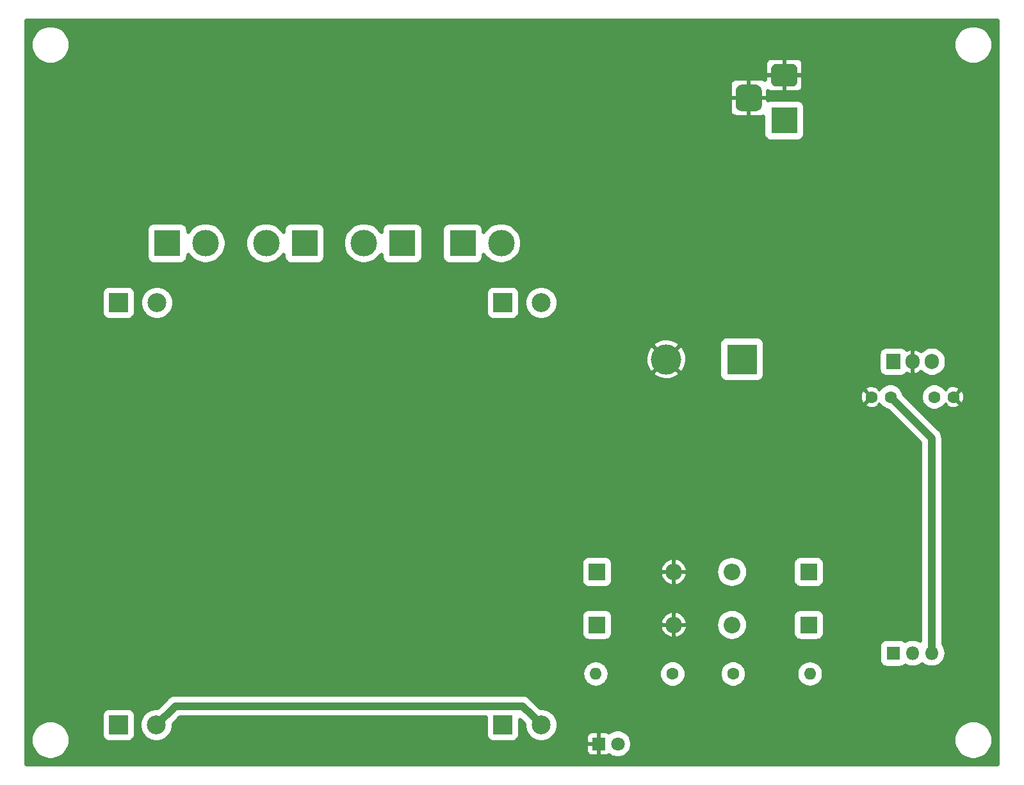
<source format=gbr>
G04 #@! TF.GenerationSoftware,KiCad,Pcbnew,(5.1.2)-1*
G04 #@! TF.CreationDate,2019-05-06T21:39:49-07:00*
G04 #@! TF.ProjectId,12v1a_psu,31327631-615f-4707-9375-2e6b69636164,rev?*
G04 #@! TF.SameCoordinates,Original*
G04 #@! TF.FileFunction,Copper,L2,Bot*
G04 #@! TF.FilePolarity,Positive*
%FSLAX46Y46*%
G04 Gerber Fmt 4.6, Leading zero omitted, Abs format (unit mm)*
G04 Created by KiCad (PCBNEW (5.1.2)-1) date 2019-05-06 21:39:49*
%MOMM*%
%LPD*%
G04 APERTURE LIST*
%ADD10O,1.905000X2.000000*%
%ADD11R,1.905000X2.000000*%
%ADD12R,2.500000X2.500000*%
%ADD13C,2.500000*%
%ADD14C,3.500120*%
%ADD15R,3.500120X3.500120*%
%ADD16O,1.600000X1.600000*%
%ADD17C,1.600000*%
%ADD18O,1.800000X1.800000*%
%ADD19R,1.800000X1.800000*%
%ADD20C,0.100000*%
%ADD21C,3.500000*%
%ADD22C,3.000000*%
%ADD23R,3.500000X3.500000*%
%ADD24C,1.800000*%
%ADD25R,2.200000X2.200000*%
%ADD26O,2.200000X2.200000*%
%ADD27C,4.000000*%
%ADD28R,4.000000X4.000000*%
%ADD29C,1.000000*%
%ADD30C,0.500000*%
G04 APERTURE END LIST*
D10*
X199535869Y-91930000D03*
X196995869Y-91930000D03*
D11*
X194455869Y-91930000D03*
D12*
X92000000Y-140000000D03*
D13*
X97000000Y-140000000D03*
D12*
X142800000Y-140000000D03*
D13*
X147880000Y-140000000D03*
X147880000Y-84120000D03*
D12*
X142800000Y-84120000D03*
X92000000Y-84120000D03*
D13*
X97080000Y-84120000D03*
D14*
X111500000Y-76250000D03*
D15*
X116580000Y-76250000D03*
D16*
X183410000Y-133250000D03*
D17*
X173250000Y-133250000D03*
D16*
X155090000Y-133250000D03*
D17*
X165250000Y-133250000D03*
D18*
X199500000Y-130500000D03*
X196960000Y-130500000D03*
D19*
X194420000Y-130500000D03*
D20*
G36*
X176260765Y-55254213D02*
G01*
X176345704Y-55266813D01*
X176428999Y-55287677D01*
X176509848Y-55316605D01*
X176587472Y-55353319D01*
X176661124Y-55397464D01*
X176730094Y-55448616D01*
X176793718Y-55506282D01*
X176851384Y-55569906D01*
X176902536Y-55638876D01*
X176946681Y-55712528D01*
X176983395Y-55790152D01*
X177012323Y-55871001D01*
X177033187Y-55954296D01*
X177045787Y-56039235D01*
X177050000Y-56125000D01*
X177050000Y-57875000D01*
X177045787Y-57960765D01*
X177033187Y-58045704D01*
X177012323Y-58128999D01*
X176983395Y-58209848D01*
X176946681Y-58287472D01*
X176902536Y-58361124D01*
X176851384Y-58430094D01*
X176793718Y-58493718D01*
X176730094Y-58551384D01*
X176661124Y-58602536D01*
X176587472Y-58646681D01*
X176509848Y-58683395D01*
X176428999Y-58712323D01*
X176345704Y-58733187D01*
X176260765Y-58745787D01*
X176175000Y-58750000D01*
X174425000Y-58750000D01*
X174339235Y-58745787D01*
X174254296Y-58733187D01*
X174171001Y-58712323D01*
X174090152Y-58683395D01*
X174012528Y-58646681D01*
X173938876Y-58602536D01*
X173869906Y-58551384D01*
X173806282Y-58493718D01*
X173748616Y-58430094D01*
X173697464Y-58361124D01*
X173653319Y-58287472D01*
X173616605Y-58209848D01*
X173587677Y-58128999D01*
X173566813Y-58045704D01*
X173554213Y-57960765D01*
X173550000Y-57875000D01*
X173550000Y-56125000D01*
X173554213Y-56039235D01*
X173566813Y-55954296D01*
X173587677Y-55871001D01*
X173616605Y-55790152D01*
X173653319Y-55712528D01*
X173697464Y-55638876D01*
X173748616Y-55569906D01*
X173806282Y-55506282D01*
X173869906Y-55448616D01*
X173938876Y-55397464D01*
X174012528Y-55353319D01*
X174090152Y-55316605D01*
X174171001Y-55287677D01*
X174254296Y-55266813D01*
X174339235Y-55254213D01*
X174425000Y-55250000D01*
X176175000Y-55250000D01*
X176260765Y-55254213D01*
X176260765Y-55254213D01*
G37*
D21*
X175300000Y-57000000D03*
D20*
G36*
X181073513Y-52503611D02*
G01*
X181146318Y-52514411D01*
X181217714Y-52532295D01*
X181287013Y-52557090D01*
X181353548Y-52588559D01*
X181416678Y-52626398D01*
X181475795Y-52670242D01*
X181530330Y-52719670D01*
X181579758Y-52774205D01*
X181623602Y-52833322D01*
X181661441Y-52896452D01*
X181692910Y-52962987D01*
X181717705Y-53032286D01*
X181735589Y-53103682D01*
X181746389Y-53176487D01*
X181750000Y-53250000D01*
X181750000Y-54750000D01*
X181746389Y-54823513D01*
X181735589Y-54896318D01*
X181717705Y-54967714D01*
X181692910Y-55037013D01*
X181661441Y-55103548D01*
X181623602Y-55166678D01*
X181579758Y-55225795D01*
X181530330Y-55280330D01*
X181475795Y-55329758D01*
X181416678Y-55373602D01*
X181353548Y-55411441D01*
X181287013Y-55442910D01*
X181217714Y-55467705D01*
X181146318Y-55485589D01*
X181073513Y-55496389D01*
X181000000Y-55500000D01*
X179000000Y-55500000D01*
X178926487Y-55496389D01*
X178853682Y-55485589D01*
X178782286Y-55467705D01*
X178712987Y-55442910D01*
X178646452Y-55411441D01*
X178583322Y-55373602D01*
X178524205Y-55329758D01*
X178469670Y-55280330D01*
X178420242Y-55225795D01*
X178376398Y-55166678D01*
X178338559Y-55103548D01*
X178307090Y-55037013D01*
X178282295Y-54967714D01*
X178264411Y-54896318D01*
X178253611Y-54823513D01*
X178250000Y-54750000D01*
X178250000Y-53250000D01*
X178253611Y-53176487D01*
X178264411Y-53103682D01*
X178282295Y-53032286D01*
X178307090Y-52962987D01*
X178338559Y-52896452D01*
X178376398Y-52833322D01*
X178420242Y-52774205D01*
X178469670Y-52719670D01*
X178524205Y-52670242D01*
X178583322Y-52626398D01*
X178646452Y-52588559D01*
X178712987Y-52557090D01*
X178782286Y-52532295D01*
X178853682Y-52514411D01*
X178926487Y-52503611D01*
X179000000Y-52500000D01*
X181000000Y-52500000D01*
X181073513Y-52503611D01*
X181073513Y-52503611D01*
G37*
D22*
X180000000Y-54000000D03*
D23*
X180000000Y-60000000D03*
D14*
X142580000Y-76250000D03*
D15*
X137500000Y-76250000D03*
D14*
X103500000Y-76250000D03*
D15*
X98420000Y-76250000D03*
D14*
X124420000Y-76250000D03*
D15*
X129500000Y-76250000D03*
D24*
X158000000Y-142500000D03*
D19*
X155460000Y-142500000D03*
D25*
X183250000Y-126750000D03*
D26*
X173090000Y-126750000D03*
D25*
X183250000Y-119750000D03*
D26*
X173090000Y-119750000D03*
X165410000Y-126750000D03*
D25*
X155250000Y-126750000D03*
D26*
X165410000Y-119750000D03*
D25*
X155250000Y-119750000D03*
D17*
X202350000Y-96600000D03*
X199850000Y-96600000D03*
X191550000Y-96600000D03*
X194050000Y-96600000D03*
D27*
X164400000Y-91600000D03*
D28*
X174400000Y-91600000D03*
D29*
X199500000Y-102050000D02*
X194050000Y-96600000D01*
X199500000Y-130500000D02*
X199500000Y-102050000D01*
X146630001Y-138750001D02*
X147880000Y-140000000D01*
X145379999Y-137499999D02*
X146630001Y-138750001D01*
X99500001Y-137499999D02*
X145379999Y-137499999D01*
X97000000Y-140000000D02*
X99500001Y-137499999D01*
X98420000Y-76250000D02*
X99059909Y-76250000D01*
D30*
G36*
X208217000Y-145217000D02*
G01*
X79783000Y-145217000D01*
X79783000Y-141743922D01*
X80400000Y-141743922D01*
X80400000Y-142256078D01*
X80499917Y-142758392D01*
X80695910Y-143231562D01*
X80980448Y-143657403D01*
X81342597Y-144019552D01*
X81768438Y-144304090D01*
X82241608Y-144500083D01*
X82743922Y-144600000D01*
X83256078Y-144600000D01*
X83758392Y-144500083D01*
X84231562Y-144304090D01*
X84657403Y-144019552D01*
X85019552Y-143657403D01*
X85191543Y-143400000D01*
X153798332Y-143400000D01*
X153812967Y-143548594D01*
X153856311Y-143691478D01*
X153926696Y-143823160D01*
X154021419Y-143938581D01*
X154136840Y-144033304D01*
X154268522Y-144103689D01*
X154411406Y-144147033D01*
X154560000Y-144161668D01*
X155266500Y-144158000D01*
X155456000Y-143968500D01*
X155456000Y-142504000D01*
X153991500Y-142504000D01*
X153802000Y-142693500D01*
X153798332Y-143400000D01*
X85191543Y-143400000D01*
X85304090Y-143231562D01*
X85500083Y-142758392D01*
X85600000Y-142256078D01*
X85600000Y-141743922D01*
X85500083Y-141241608D01*
X85304090Y-140768438D01*
X85019552Y-140342597D01*
X84657403Y-139980448D01*
X84231562Y-139695910D01*
X83758392Y-139499917D01*
X83256078Y-139400000D01*
X82743922Y-139400000D01*
X82241608Y-139499917D01*
X81768438Y-139695910D01*
X81342597Y-139980448D01*
X80980448Y-140342597D01*
X80695910Y-140768438D01*
X80499917Y-141241608D01*
X80400000Y-141743922D01*
X79783000Y-141743922D01*
X79783000Y-138750000D01*
X89745162Y-138750000D01*
X89745162Y-141250000D01*
X89764470Y-141446034D01*
X89821651Y-141634535D01*
X89914508Y-141808258D01*
X90039472Y-141960528D01*
X90191742Y-142085492D01*
X90365465Y-142178349D01*
X90553966Y-142235530D01*
X90750000Y-142254838D01*
X93250000Y-142254838D01*
X93446034Y-142235530D01*
X93634535Y-142178349D01*
X93808258Y-142085492D01*
X93960528Y-141960528D01*
X94085492Y-141808258D01*
X94178349Y-141634535D01*
X94235530Y-141446034D01*
X94254838Y-141250000D01*
X94254838Y-139778394D01*
X94750000Y-139778394D01*
X94750000Y-140221606D01*
X94836466Y-140656301D01*
X95006076Y-141065775D01*
X95252311Y-141434292D01*
X95565708Y-141747689D01*
X95934225Y-141993924D01*
X96343699Y-142163534D01*
X96778394Y-142250000D01*
X97221606Y-142250000D01*
X97656301Y-142163534D01*
X98065775Y-141993924D01*
X98434292Y-141747689D01*
X98747689Y-141434292D01*
X98993924Y-141065775D01*
X99163534Y-140656301D01*
X99250000Y-140221606D01*
X99250000Y-139871319D01*
X100121321Y-138999999D01*
X140545162Y-138999999D01*
X140545162Y-141250000D01*
X140564470Y-141446034D01*
X140621651Y-141634535D01*
X140714508Y-141808258D01*
X140839472Y-141960528D01*
X140991742Y-142085492D01*
X141165465Y-142178349D01*
X141353966Y-142235530D01*
X141550000Y-142254838D01*
X144050000Y-142254838D01*
X144246034Y-142235530D01*
X144434535Y-142178349D01*
X144608258Y-142085492D01*
X144760528Y-141960528D01*
X144885492Y-141808258D01*
X144978349Y-141634535D01*
X145035530Y-141446034D01*
X145054838Y-141250000D01*
X145054838Y-139296158D01*
X145621440Y-139862760D01*
X145621445Y-139862764D01*
X145630000Y-139871319D01*
X145630000Y-140221606D01*
X145716466Y-140656301D01*
X145886076Y-141065775D01*
X146132311Y-141434292D01*
X146445708Y-141747689D01*
X146814225Y-141993924D01*
X147223699Y-142163534D01*
X147658394Y-142250000D01*
X148101606Y-142250000D01*
X148536301Y-142163534D01*
X148945775Y-141993924D01*
X149314292Y-141747689D01*
X149461981Y-141600000D01*
X153798332Y-141600000D01*
X153802000Y-142306500D01*
X153991500Y-142496000D01*
X155456000Y-142496000D01*
X155456000Y-141031500D01*
X155464000Y-141031500D01*
X155464000Y-142496000D01*
X155484000Y-142496000D01*
X155484000Y-142504000D01*
X155464000Y-142504000D01*
X155464000Y-143968500D01*
X155653500Y-144158000D01*
X156360000Y-144161668D01*
X156508594Y-144147033D01*
X156651478Y-144103689D01*
X156783160Y-144033304D01*
X156824306Y-143999536D01*
X157100013Y-144183758D01*
X157445791Y-144326984D01*
X157812866Y-144400000D01*
X158187134Y-144400000D01*
X158554209Y-144326984D01*
X158899987Y-144183758D01*
X159211179Y-143975826D01*
X159475826Y-143711179D01*
X159683758Y-143399987D01*
X159826984Y-143054209D01*
X159900000Y-142687134D01*
X159900000Y-142312866D01*
X159826984Y-141945791D01*
X159743368Y-141743922D01*
X202400000Y-141743922D01*
X202400000Y-142256078D01*
X202499917Y-142758392D01*
X202695910Y-143231562D01*
X202980448Y-143657403D01*
X203342597Y-144019552D01*
X203768438Y-144304090D01*
X204241608Y-144500083D01*
X204743922Y-144600000D01*
X205256078Y-144600000D01*
X205758392Y-144500083D01*
X206231562Y-144304090D01*
X206657403Y-144019552D01*
X207019552Y-143657403D01*
X207304090Y-143231562D01*
X207500083Y-142758392D01*
X207600000Y-142256078D01*
X207600000Y-141743922D01*
X207500083Y-141241608D01*
X207304090Y-140768438D01*
X207019552Y-140342597D01*
X206657403Y-139980448D01*
X206231562Y-139695910D01*
X205758392Y-139499917D01*
X205256078Y-139400000D01*
X204743922Y-139400000D01*
X204241608Y-139499917D01*
X203768438Y-139695910D01*
X203342597Y-139980448D01*
X202980448Y-140342597D01*
X202695910Y-140768438D01*
X202499917Y-141241608D01*
X202400000Y-141743922D01*
X159743368Y-141743922D01*
X159683758Y-141600013D01*
X159475826Y-141288821D01*
X159211179Y-141024174D01*
X158899987Y-140816242D01*
X158554209Y-140673016D01*
X158187134Y-140600000D01*
X157812866Y-140600000D01*
X157445791Y-140673016D01*
X157100013Y-140816242D01*
X156824306Y-141000464D01*
X156783160Y-140966696D01*
X156651478Y-140896311D01*
X156508594Y-140852967D01*
X156360000Y-140838332D01*
X155653500Y-140842000D01*
X155464000Y-141031500D01*
X155456000Y-141031500D01*
X155266500Y-140842000D01*
X154560000Y-140838332D01*
X154411406Y-140852967D01*
X154268522Y-140896311D01*
X154136840Y-140966696D01*
X154021419Y-141061419D01*
X153926696Y-141176840D01*
X153856311Y-141308522D01*
X153812967Y-141451406D01*
X153798332Y-141600000D01*
X149461981Y-141600000D01*
X149627689Y-141434292D01*
X149873924Y-141065775D01*
X150043534Y-140656301D01*
X150130000Y-140221606D01*
X150130000Y-139778394D01*
X150043534Y-139343699D01*
X149873924Y-138934225D01*
X149627689Y-138565708D01*
X149314292Y-138252311D01*
X148945775Y-138006076D01*
X148536301Y-137836466D01*
X148101606Y-137750000D01*
X147751319Y-137750000D01*
X147742764Y-137741445D01*
X147742760Y-137741440D01*
X146492768Y-136491449D01*
X146445791Y-136434207D01*
X146217386Y-136246761D01*
X145956801Y-136107475D01*
X145674050Y-136021704D01*
X145453679Y-135999999D01*
X145379999Y-135992742D01*
X145306319Y-135999999D01*
X99573678Y-135999999D01*
X99500000Y-135992742D01*
X99426322Y-135999999D01*
X99426321Y-135999999D01*
X99205950Y-136021704D01*
X98923199Y-136107475D01*
X98662614Y-136246761D01*
X98434209Y-136434207D01*
X98387236Y-136491444D01*
X97128681Y-137750000D01*
X96778394Y-137750000D01*
X96343699Y-137836466D01*
X95934225Y-138006076D01*
X95565708Y-138252311D01*
X95252311Y-138565708D01*
X95006076Y-138934225D01*
X94836466Y-139343699D01*
X94750000Y-139778394D01*
X94254838Y-139778394D01*
X94254838Y-138750000D01*
X94235530Y-138553966D01*
X94178349Y-138365465D01*
X94085492Y-138191742D01*
X93960528Y-138039472D01*
X93808258Y-137914508D01*
X93634535Y-137821651D01*
X93446034Y-137764470D01*
X93250000Y-137745162D01*
X90750000Y-137745162D01*
X90553966Y-137764470D01*
X90365465Y-137821651D01*
X90191742Y-137914508D01*
X90039472Y-138039472D01*
X89914508Y-138191742D01*
X89821651Y-138365465D01*
X89764470Y-138553966D01*
X89745162Y-138750000D01*
X79783000Y-138750000D01*
X79783000Y-133250000D01*
X153281291Y-133250000D01*
X153316045Y-133602862D01*
X153418971Y-133942163D01*
X153586113Y-134254865D01*
X153811050Y-134528950D01*
X154085135Y-134753887D01*
X154397837Y-134921029D01*
X154737138Y-135023955D01*
X155001576Y-135050000D01*
X155178424Y-135050000D01*
X155442862Y-135023955D01*
X155782163Y-134921029D01*
X156094865Y-134753887D01*
X156368950Y-134528950D01*
X156593887Y-134254865D01*
X156761029Y-133942163D01*
X156863955Y-133602862D01*
X156898709Y-133250000D01*
X156881248Y-133072716D01*
X163450000Y-133072716D01*
X163450000Y-133427284D01*
X163519173Y-133775041D01*
X163654861Y-134102620D01*
X163851849Y-134397433D01*
X164102567Y-134648151D01*
X164397380Y-134845139D01*
X164724959Y-134980827D01*
X165072716Y-135050000D01*
X165427284Y-135050000D01*
X165775041Y-134980827D01*
X166102620Y-134845139D01*
X166397433Y-134648151D01*
X166648151Y-134397433D01*
X166845139Y-134102620D01*
X166980827Y-133775041D01*
X167050000Y-133427284D01*
X167050000Y-133072716D01*
X171450000Y-133072716D01*
X171450000Y-133427284D01*
X171519173Y-133775041D01*
X171654861Y-134102620D01*
X171851849Y-134397433D01*
X172102567Y-134648151D01*
X172397380Y-134845139D01*
X172724959Y-134980827D01*
X173072716Y-135050000D01*
X173427284Y-135050000D01*
X173775041Y-134980827D01*
X174102620Y-134845139D01*
X174397433Y-134648151D01*
X174648151Y-134397433D01*
X174845139Y-134102620D01*
X174980827Y-133775041D01*
X175050000Y-133427284D01*
X175050000Y-133250000D01*
X181601291Y-133250000D01*
X181636045Y-133602862D01*
X181738971Y-133942163D01*
X181906113Y-134254865D01*
X182131050Y-134528950D01*
X182405135Y-134753887D01*
X182717837Y-134921029D01*
X183057138Y-135023955D01*
X183321576Y-135050000D01*
X183498424Y-135050000D01*
X183762862Y-135023955D01*
X184102163Y-134921029D01*
X184414865Y-134753887D01*
X184688950Y-134528950D01*
X184913887Y-134254865D01*
X185081029Y-133942163D01*
X185183955Y-133602862D01*
X185218709Y-133250000D01*
X185183955Y-132897138D01*
X185081029Y-132557837D01*
X184913887Y-132245135D01*
X184688950Y-131971050D01*
X184414865Y-131746113D01*
X184102163Y-131578971D01*
X183762862Y-131476045D01*
X183498424Y-131450000D01*
X183321576Y-131450000D01*
X183057138Y-131476045D01*
X182717837Y-131578971D01*
X182405135Y-131746113D01*
X182131050Y-131971050D01*
X181906113Y-132245135D01*
X181738971Y-132557837D01*
X181636045Y-132897138D01*
X181601291Y-133250000D01*
X175050000Y-133250000D01*
X175050000Y-133072716D01*
X174980827Y-132724959D01*
X174845139Y-132397380D01*
X174648151Y-132102567D01*
X174397433Y-131851849D01*
X174102620Y-131654861D01*
X173775041Y-131519173D01*
X173427284Y-131450000D01*
X173072716Y-131450000D01*
X172724959Y-131519173D01*
X172397380Y-131654861D01*
X172102567Y-131851849D01*
X171851849Y-132102567D01*
X171654861Y-132397380D01*
X171519173Y-132724959D01*
X171450000Y-133072716D01*
X167050000Y-133072716D01*
X166980827Y-132724959D01*
X166845139Y-132397380D01*
X166648151Y-132102567D01*
X166397433Y-131851849D01*
X166102620Y-131654861D01*
X165775041Y-131519173D01*
X165427284Y-131450000D01*
X165072716Y-131450000D01*
X164724959Y-131519173D01*
X164397380Y-131654861D01*
X164102567Y-131851849D01*
X163851849Y-132102567D01*
X163654861Y-132397380D01*
X163519173Y-132724959D01*
X163450000Y-133072716D01*
X156881248Y-133072716D01*
X156863955Y-132897138D01*
X156761029Y-132557837D01*
X156593887Y-132245135D01*
X156368950Y-131971050D01*
X156094865Y-131746113D01*
X155782163Y-131578971D01*
X155442862Y-131476045D01*
X155178424Y-131450000D01*
X155001576Y-131450000D01*
X154737138Y-131476045D01*
X154397837Y-131578971D01*
X154085135Y-131746113D01*
X153811050Y-131971050D01*
X153586113Y-132245135D01*
X153418971Y-132557837D01*
X153316045Y-132897138D01*
X153281291Y-133250000D01*
X79783000Y-133250000D01*
X79783000Y-125650000D01*
X153145162Y-125650000D01*
X153145162Y-127850000D01*
X153164470Y-128046034D01*
X153221651Y-128234535D01*
X153314508Y-128408258D01*
X153439472Y-128560528D01*
X153591742Y-128685492D01*
X153765465Y-128778349D01*
X153953966Y-128835530D01*
X154150000Y-128854838D01*
X156350000Y-128854838D01*
X156546034Y-128835530D01*
X156734535Y-128778349D01*
X156908258Y-128685492D01*
X157060528Y-128560528D01*
X157185492Y-128408258D01*
X157278349Y-128234535D01*
X157335530Y-128046034D01*
X157354838Y-127850000D01*
X157354838Y-127044605D01*
X163575505Y-127044605D01*
X163602407Y-127179852D01*
X163720999Y-127524236D01*
X163904499Y-127838867D01*
X164145854Y-128111653D01*
X164435790Y-128332112D01*
X164763164Y-128491771D01*
X165115395Y-128584495D01*
X165406000Y-128418496D01*
X165406000Y-126754000D01*
X165414000Y-126754000D01*
X165414000Y-128418496D01*
X165704605Y-128584495D01*
X166056836Y-128491771D01*
X166384210Y-128332112D01*
X166674146Y-128111653D01*
X166915501Y-127838867D01*
X167099001Y-127524236D01*
X167217593Y-127179852D01*
X167244495Y-127044605D01*
X167078495Y-126754000D01*
X165414000Y-126754000D01*
X165406000Y-126754000D01*
X163741505Y-126754000D01*
X163575505Y-127044605D01*
X157354838Y-127044605D01*
X157354838Y-126750000D01*
X170979839Y-126750000D01*
X171020385Y-127161672D01*
X171140465Y-127557524D01*
X171335465Y-127922343D01*
X171597891Y-128242109D01*
X171917657Y-128504535D01*
X172282476Y-128699535D01*
X172678328Y-128819615D01*
X172986833Y-128850000D01*
X173193167Y-128850000D01*
X173501672Y-128819615D01*
X173897524Y-128699535D01*
X174262343Y-128504535D01*
X174582109Y-128242109D01*
X174844535Y-127922343D01*
X175039535Y-127557524D01*
X175159615Y-127161672D01*
X175200161Y-126750000D01*
X175159615Y-126338328D01*
X175039535Y-125942476D01*
X174883204Y-125650000D01*
X181145162Y-125650000D01*
X181145162Y-127850000D01*
X181164470Y-128046034D01*
X181221651Y-128234535D01*
X181314508Y-128408258D01*
X181439472Y-128560528D01*
X181591742Y-128685492D01*
X181765465Y-128778349D01*
X181953966Y-128835530D01*
X182150000Y-128854838D01*
X184350000Y-128854838D01*
X184546034Y-128835530D01*
X184734535Y-128778349D01*
X184908258Y-128685492D01*
X185060528Y-128560528D01*
X185185492Y-128408258D01*
X185278349Y-128234535D01*
X185335530Y-128046034D01*
X185354838Y-127850000D01*
X185354838Y-125650000D01*
X185335530Y-125453966D01*
X185278349Y-125265465D01*
X185185492Y-125091742D01*
X185060528Y-124939472D01*
X184908258Y-124814508D01*
X184734535Y-124721651D01*
X184546034Y-124664470D01*
X184350000Y-124645162D01*
X182150000Y-124645162D01*
X181953966Y-124664470D01*
X181765465Y-124721651D01*
X181591742Y-124814508D01*
X181439472Y-124939472D01*
X181314508Y-125091742D01*
X181221651Y-125265465D01*
X181164470Y-125453966D01*
X181145162Y-125650000D01*
X174883204Y-125650000D01*
X174844535Y-125577657D01*
X174582109Y-125257891D01*
X174262343Y-124995465D01*
X173897524Y-124800465D01*
X173501672Y-124680385D01*
X173193167Y-124650000D01*
X172986833Y-124650000D01*
X172678328Y-124680385D01*
X172282476Y-124800465D01*
X171917657Y-124995465D01*
X171597891Y-125257891D01*
X171335465Y-125577657D01*
X171140465Y-125942476D01*
X171020385Y-126338328D01*
X170979839Y-126750000D01*
X157354838Y-126750000D01*
X157354838Y-126455395D01*
X163575505Y-126455395D01*
X163741505Y-126746000D01*
X165406000Y-126746000D01*
X165406000Y-125081504D01*
X165414000Y-125081504D01*
X165414000Y-126746000D01*
X167078495Y-126746000D01*
X167244495Y-126455395D01*
X167217593Y-126320148D01*
X167099001Y-125975764D01*
X166915501Y-125661133D01*
X166674146Y-125388347D01*
X166384210Y-125167888D01*
X166056836Y-125008229D01*
X165704605Y-124915505D01*
X165414000Y-125081504D01*
X165406000Y-125081504D01*
X165115395Y-124915505D01*
X164763164Y-125008229D01*
X164435790Y-125167888D01*
X164145854Y-125388347D01*
X163904499Y-125661133D01*
X163720999Y-125975764D01*
X163602407Y-126320148D01*
X163575505Y-126455395D01*
X157354838Y-126455395D01*
X157354838Y-125650000D01*
X157335530Y-125453966D01*
X157278349Y-125265465D01*
X157185492Y-125091742D01*
X157060528Y-124939472D01*
X156908258Y-124814508D01*
X156734535Y-124721651D01*
X156546034Y-124664470D01*
X156350000Y-124645162D01*
X154150000Y-124645162D01*
X153953966Y-124664470D01*
X153765465Y-124721651D01*
X153591742Y-124814508D01*
X153439472Y-124939472D01*
X153314508Y-125091742D01*
X153221651Y-125265465D01*
X153164470Y-125453966D01*
X153145162Y-125650000D01*
X79783000Y-125650000D01*
X79783000Y-118650000D01*
X153145162Y-118650000D01*
X153145162Y-120850000D01*
X153164470Y-121046034D01*
X153221651Y-121234535D01*
X153314508Y-121408258D01*
X153439472Y-121560528D01*
X153591742Y-121685492D01*
X153765465Y-121778349D01*
X153953966Y-121835530D01*
X154150000Y-121854838D01*
X156350000Y-121854838D01*
X156546034Y-121835530D01*
X156734535Y-121778349D01*
X156908258Y-121685492D01*
X157060528Y-121560528D01*
X157185492Y-121408258D01*
X157278349Y-121234535D01*
X157335530Y-121046034D01*
X157354838Y-120850000D01*
X157354838Y-120044605D01*
X163575505Y-120044605D01*
X163602407Y-120179852D01*
X163720999Y-120524236D01*
X163904499Y-120838867D01*
X164145854Y-121111653D01*
X164435790Y-121332112D01*
X164763164Y-121491771D01*
X165115395Y-121584495D01*
X165406000Y-121418496D01*
X165406000Y-119754000D01*
X165414000Y-119754000D01*
X165414000Y-121418496D01*
X165704605Y-121584495D01*
X166056836Y-121491771D01*
X166384210Y-121332112D01*
X166674146Y-121111653D01*
X166915501Y-120838867D01*
X167099001Y-120524236D01*
X167217593Y-120179852D01*
X167244495Y-120044605D01*
X167078495Y-119754000D01*
X165414000Y-119754000D01*
X165406000Y-119754000D01*
X163741505Y-119754000D01*
X163575505Y-120044605D01*
X157354838Y-120044605D01*
X157354838Y-119750000D01*
X170979839Y-119750000D01*
X171020385Y-120161672D01*
X171140465Y-120557524D01*
X171335465Y-120922343D01*
X171597891Y-121242109D01*
X171917657Y-121504535D01*
X172282476Y-121699535D01*
X172678328Y-121819615D01*
X172986833Y-121850000D01*
X173193167Y-121850000D01*
X173501672Y-121819615D01*
X173897524Y-121699535D01*
X174262343Y-121504535D01*
X174582109Y-121242109D01*
X174844535Y-120922343D01*
X175039535Y-120557524D01*
X175159615Y-120161672D01*
X175200161Y-119750000D01*
X175159615Y-119338328D01*
X175039535Y-118942476D01*
X174883204Y-118650000D01*
X181145162Y-118650000D01*
X181145162Y-120850000D01*
X181164470Y-121046034D01*
X181221651Y-121234535D01*
X181314508Y-121408258D01*
X181439472Y-121560528D01*
X181591742Y-121685492D01*
X181765465Y-121778349D01*
X181953966Y-121835530D01*
X182150000Y-121854838D01*
X184350000Y-121854838D01*
X184546034Y-121835530D01*
X184734535Y-121778349D01*
X184908258Y-121685492D01*
X185060528Y-121560528D01*
X185185492Y-121408258D01*
X185278349Y-121234535D01*
X185335530Y-121046034D01*
X185354838Y-120850000D01*
X185354838Y-118650000D01*
X185335530Y-118453966D01*
X185278349Y-118265465D01*
X185185492Y-118091742D01*
X185060528Y-117939472D01*
X184908258Y-117814508D01*
X184734535Y-117721651D01*
X184546034Y-117664470D01*
X184350000Y-117645162D01*
X182150000Y-117645162D01*
X181953966Y-117664470D01*
X181765465Y-117721651D01*
X181591742Y-117814508D01*
X181439472Y-117939472D01*
X181314508Y-118091742D01*
X181221651Y-118265465D01*
X181164470Y-118453966D01*
X181145162Y-118650000D01*
X174883204Y-118650000D01*
X174844535Y-118577657D01*
X174582109Y-118257891D01*
X174262343Y-117995465D01*
X173897524Y-117800465D01*
X173501672Y-117680385D01*
X173193167Y-117650000D01*
X172986833Y-117650000D01*
X172678328Y-117680385D01*
X172282476Y-117800465D01*
X171917657Y-117995465D01*
X171597891Y-118257891D01*
X171335465Y-118577657D01*
X171140465Y-118942476D01*
X171020385Y-119338328D01*
X170979839Y-119750000D01*
X157354838Y-119750000D01*
X157354838Y-119455395D01*
X163575505Y-119455395D01*
X163741505Y-119746000D01*
X165406000Y-119746000D01*
X165406000Y-118081504D01*
X165414000Y-118081504D01*
X165414000Y-119746000D01*
X167078495Y-119746000D01*
X167244495Y-119455395D01*
X167217593Y-119320148D01*
X167099001Y-118975764D01*
X166915501Y-118661133D01*
X166674146Y-118388347D01*
X166384210Y-118167888D01*
X166056836Y-118008229D01*
X165704605Y-117915505D01*
X165414000Y-118081504D01*
X165406000Y-118081504D01*
X165115395Y-117915505D01*
X164763164Y-118008229D01*
X164435790Y-118167888D01*
X164145854Y-118388347D01*
X163904499Y-118661133D01*
X163720999Y-118975764D01*
X163602407Y-119320148D01*
X163575505Y-119455395D01*
X157354838Y-119455395D01*
X157354838Y-118650000D01*
X157335530Y-118453966D01*
X157278349Y-118265465D01*
X157185492Y-118091742D01*
X157060528Y-117939472D01*
X156908258Y-117814508D01*
X156734535Y-117721651D01*
X156546034Y-117664470D01*
X156350000Y-117645162D01*
X154150000Y-117645162D01*
X153953966Y-117664470D01*
X153765465Y-117721651D01*
X153591742Y-117814508D01*
X153439472Y-117939472D01*
X153314508Y-118091742D01*
X153221651Y-118265465D01*
X153164470Y-118453966D01*
X153145162Y-118650000D01*
X79783000Y-118650000D01*
X79783000Y-96542534D01*
X189985517Y-96542534D01*
X190004367Y-96848854D01*
X190082615Y-97145611D01*
X190217254Y-97421399D01*
X190281106Y-97516961D01*
X190574170Y-97570173D01*
X191544343Y-96600000D01*
X190574170Y-95629827D01*
X190281106Y-95683039D01*
X190126598Y-95948207D01*
X190026789Y-96238423D01*
X189985517Y-96542534D01*
X79783000Y-96542534D01*
X79783000Y-95624170D01*
X190579827Y-95624170D01*
X191550000Y-96594343D01*
X191564142Y-96580201D01*
X191569799Y-96585858D01*
X191555657Y-96600000D01*
X191569799Y-96614142D01*
X191564142Y-96619799D01*
X191550000Y-96605657D01*
X190579827Y-97575830D01*
X190633039Y-97868894D01*
X190898207Y-98023402D01*
X191188423Y-98123211D01*
X191492534Y-98164483D01*
X191798854Y-98145633D01*
X192095611Y-98067385D01*
X192371399Y-97932746D01*
X192466961Y-97868894D01*
X192520173Y-97575832D01*
X192571454Y-97627113D01*
X192651849Y-97747433D01*
X192902567Y-97998151D01*
X193197380Y-98195139D01*
X193524959Y-98330827D01*
X193692917Y-98364236D01*
X198000001Y-102671321D01*
X198000000Y-128901504D01*
X197690617Y-128736136D01*
X197332465Y-128627492D01*
X197053337Y-128600000D01*
X196866663Y-128600000D01*
X196587535Y-128627492D01*
X196229383Y-128736136D01*
X195995812Y-128860982D01*
X195878258Y-128764508D01*
X195704535Y-128671651D01*
X195516034Y-128614470D01*
X195320000Y-128595162D01*
X193520000Y-128595162D01*
X193323966Y-128614470D01*
X193135465Y-128671651D01*
X192961742Y-128764508D01*
X192809472Y-128889472D01*
X192684508Y-129041742D01*
X192591651Y-129215465D01*
X192534470Y-129403966D01*
X192515162Y-129600000D01*
X192515162Y-131400000D01*
X192534470Y-131596034D01*
X192591651Y-131784535D01*
X192684508Y-131958258D01*
X192809472Y-132110528D01*
X192961742Y-132235492D01*
X193135465Y-132328349D01*
X193323966Y-132385530D01*
X193520000Y-132404838D01*
X195320000Y-132404838D01*
X195516034Y-132385530D01*
X195704535Y-132328349D01*
X195878258Y-132235492D01*
X195995812Y-132139018D01*
X196229383Y-132263864D01*
X196587535Y-132372508D01*
X196866663Y-132400000D01*
X197053337Y-132400000D01*
X197332465Y-132372508D01*
X197690617Y-132263864D01*
X198020691Y-132087436D01*
X198230000Y-131915660D01*
X198439309Y-132087436D01*
X198769383Y-132263864D01*
X199127535Y-132372508D01*
X199406663Y-132400000D01*
X199593337Y-132400000D01*
X199872465Y-132372508D01*
X200230617Y-132263864D01*
X200560691Y-132087436D01*
X200850003Y-131850003D01*
X201087436Y-131560691D01*
X201263864Y-131230617D01*
X201372508Y-130872465D01*
X201409193Y-130500000D01*
X201372508Y-130127535D01*
X201263864Y-129769383D01*
X201087436Y-129439309D01*
X201000000Y-129332768D01*
X201000000Y-102123680D01*
X201007257Y-102050000D01*
X200978295Y-101755948D01*
X200952277Y-101670177D01*
X200892524Y-101473198D01*
X200753238Y-101212613D01*
X200565792Y-100984208D01*
X200508555Y-100937235D01*
X195994036Y-96422716D01*
X198050000Y-96422716D01*
X198050000Y-96777284D01*
X198119173Y-97125041D01*
X198254861Y-97452620D01*
X198451849Y-97747433D01*
X198702567Y-97998151D01*
X198997380Y-98195139D01*
X199324959Y-98330827D01*
X199672716Y-98400000D01*
X200027284Y-98400000D01*
X200375041Y-98330827D01*
X200702620Y-98195139D01*
X200997433Y-97998151D01*
X201248151Y-97747433D01*
X201328546Y-97627113D01*
X201379827Y-97575832D01*
X201433039Y-97868894D01*
X201698207Y-98023402D01*
X201988423Y-98123211D01*
X202292534Y-98164483D01*
X202598854Y-98145633D01*
X202895611Y-98067385D01*
X203171399Y-97932746D01*
X203266961Y-97868894D01*
X203320173Y-97575830D01*
X202350000Y-96605657D01*
X202335858Y-96619799D01*
X202330201Y-96614142D01*
X202344343Y-96600000D01*
X202355657Y-96600000D01*
X203325830Y-97570173D01*
X203618894Y-97516961D01*
X203773402Y-97251793D01*
X203873211Y-96961577D01*
X203914483Y-96657466D01*
X203895633Y-96351146D01*
X203817385Y-96054389D01*
X203682746Y-95778601D01*
X203618894Y-95683039D01*
X203325830Y-95629827D01*
X202355657Y-96600000D01*
X202344343Y-96600000D01*
X202330201Y-96585858D01*
X202335858Y-96580201D01*
X202350000Y-96594343D01*
X203320173Y-95624170D01*
X203266961Y-95331106D01*
X203001793Y-95176598D01*
X202711577Y-95076789D01*
X202407466Y-95035517D01*
X202101146Y-95054367D01*
X201804389Y-95132615D01*
X201528601Y-95267254D01*
X201433039Y-95331106D01*
X201379827Y-95624168D01*
X201328546Y-95572887D01*
X201248151Y-95452567D01*
X200997433Y-95201849D01*
X200702620Y-95004861D01*
X200375041Y-94869173D01*
X200027284Y-94800000D01*
X199672716Y-94800000D01*
X199324959Y-94869173D01*
X198997380Y-95004861D01*
X198702567Y-95201849D01*
X198451849Y-95452567D01*
X198254861Y-95747380D01*
X198119173Y-96074959D01*
X198050000Y-96422716D01*
X195994036Y-96422716D01*
X195814236Y-96242917D01*
X195780827Y-96074959D01*
X195645139Y-95747380D01*
X195448151Y-95452567D01*
X195197433Y-95201849D01*
X194902620Y-95004861D01*
X194575041Y-94869173D01*
X194227284Y-94800000D01*
X193872716Y-94800000D01*
X193524959Y-94869173D01*
X193197380Y-95004861D01*
X192902567Y-95201849D01*
X192651849Y-95452567D01*
X192571454Y-95572887D01*
X192520173Y-95624168D01*
X192466961Y-95331106D01*
X192201793Y-95176598D01*
X191911577Y-95076789D01*
X191607466Y-95035517D01*
X191301146Y-95054367D01*
X191004389Y-95132615D01*
X190728601Y-95267254D01*
X190633039Y-95331106D01*
X190579827Y-95624170D01*
X79783000Y-95624170D01*
X79783000Y-93428466D01*
X162577190Y-93428466D01*
X162774282Y-93844413D01*
X163243383Y-94118449D01*
X163756932Y-94295702D01*
X164295194Y-94369361D01*
X164837483Y-94336596D01*
X165362961Y-94198664D01*
X165851431Y-93960867D01*
X166025718Y-93844413D01*
X166222810Y-93428466D01*
X164400000Y-91605657D01*
X162577190Y-93428466D01*
X79783000Y-93428466D01*
X79783000Y-91495194D01*
X161630639Y-91495194D01*
X161663404Y-92037483D01*
X161801336Y-92562961D01*
X162039133Y-93051431D01*
X162155587Y-93225718D01*
X162571534Y-93422810D01*
X164394343Y-91600000D01*
X164405657Y-91600000D01*
X166228466Y-93422810D01*
X166644413Y-93225718D01*
X166918449Y-92756617D01*
X167095702Y-92243068D01*
X167169361Y-91704806D01*
X167136596Y-91162517D01*
X166998664Y-90637039D01*
X166760867Y-90148569D01*
X166644413Y-89974282D01*
X166228466Y-89777190D01*
X164405657Y-91600000D01*
X164394343Y-91600000D01*
X162571534Y-89777190D01*
X162155587Y-89974282D01*
X161881551Y-90443383D01*
X161704298Y-90956932D01*
X161630639Y-91495194D01*
X79783000Y-91495194D01*
X79783000Y-89771534D01*
X162577190Y-89771534D01*
X164400000Y-91594343D01*
X166222810Y-89771534D01*
X166141531Y-89600000D01*
X171395162Y-89600000D01*
X171395162Y-93600000D01*
X171414470Y-93796034D01*
X171471651Y-93984535D01*
X171564508Y-94158258D01*
X171689472Y-94310528D01*
X171841742Y-94435492D01*
X172015465Y-94528349D01*
X172203966Y-94585530D01*
X172400000Y-94604838D01*
X176400000Y-94604838D01*
X176596034Y-94585530D01*
X176784535Y-94528349D01*
X176958258Y-94435492D01*
X177110528Y-94310528D01*
X177235492Y-94158258D01*
X177328349Y-93984535D01*
X177385530Y-93796034D01*
X177404838Y-93600000D01*
X177404838Y-90930000D01*
X192498531Y-90930000D01*
X192498531Y-92930000D01*
X192517839Y-93126034D01*
X192575020Y-93314535D01*
X192667877Y-93488258D01*
X192792841Y-93640528D01*
X192945111Y-93765492D01*
X193118834Y-93858349D01*
X193307335Y-93915530D01*
X193503369Y-93934838D01*
X195408369Y-93934838D01*
X195604403Y-93915530D01*
X195792904Y-93858349D01*
X195966627Y-93765492D01*
X196118897Y-93640528D01*
X196233965Y-93500317D01*
X196344985Y-93559325D01*
X196666090Y-93655912D01*
X196724338Y-93666310D01*
X196991869Y-93498495D01*
X196991869Y-91934000D01*
X196971869Y-91934000D01*
X196971869Y-91926000D01*
X196991869Y-91926000D01*
X196991869Y-90361505D01*
X196999869Y-90361505D01*
X196999869Y-91926000D01*
X197019869Y-91926000D01*
X197019869Y-91934000D01*
X196999869Y-91934000D01*
X196999869Y-93498495D01*
X197267400Y-93666310D01*
X197325648Y-93655912D01*
X197646753Y-93559325D01*
X197942845Y-93401950D01*
X198084257Y-93286449D01*
X198148563Y-93364806D01*
X198445870Y-93608799D01*
X198785065Y-93790103D01*
X199153113Y-93901749D01*
X199535869Y-93939447D01*
X199918626Y-93901749D01*
X200286674Y-93790103D01*
X200625868Y-93608799D01*
X200923175Y-93364806D01*
X201167168Y-93067499D01*
X201348472Y-92728304D01*
X201460118Y-92360256D01*
X201488369Y-92073417D01*
X201488369Y-91786582D01*
X201460118Y-91499743D01*
X201348472Y-91131695D01*
X201167168Y-90792501D01*
X200923175Y-90495194D01*
X200625868Y-90251201D01*
X200286673Y-90069897D01*
X199918625Y-89958251D01*
X199535869Y-89920553D01*
X199153112Y-89958251D01*
X198785064Y-90069897D01*
X198445870Y-90251201D01*
X198148563Y-90495194D01*
X198084257Y-90573551D01*
X197942845Y-90458050D01*
X197646753Y-90300675D01*
X197325648Y-90204088D01*
X197267400Y-90193690D01*
X196999869Y-90361505D01*
X196991869Y-90361505D01*
X196724338Y-90193690D01*
X196666090Y-90204088D01*
X196344985Y-90300675D01*
X196233965Y-90359683D01*
X196118897Y-90219472D01*
X195966627Y-90094508D01*
X195792904Y-90001651D01*
X195604403Y-89944470D01*
X195408369Y-89925162D01*
X193503369Y-89925162D01*
X193307335Y-89944470D01*
X193118834Y-90001651D01*
X192945111Y-90094508D01*
X192792841Y-90219472D01*
X192667877Y-90371742D01*
X192575020Y-90545465D01*
X192517839Y-90733966D01*
X192498531Y-90930000D01*
X177404838Y-90930000D01*
X177404838Y-89600000D01*
X177385530Y-89403966D01*
X177328349Y-89215465D01*
X177235492Y-89041742D01*
X177110528Y-88889472D01*
X176958258Y-88764508D01*
X176784535Y-88671651D01*
X176596034Y-88614470D01*
X176400000Y-88595162D01*
X172400000Y-88595162D01*
X172203966Y-88614470D01*
X172015465Y-88671651D01*
X171841742Y-88764508D01*
X171689472Y-88889472D01*
X171564508Y-89041742D01*
X171471651Y-89215465D01*
X171414470Y-89403966D01*
X171395162Y-89600000D01*
X166141531Y-89600000D01*
X166025718Y-89355587D01*
X165556617Y-89081551D01*
X165043068Y-88904298D01*
X164504806Y-88830639D01*
X163962517Y-88863404D01*
X163437039Y-89001336D01*
X162948569Y-89239133D01*
X162774282Y-89355587D01*
X162577190Y-89771534D01*
X79783000Y-89771534D01*
X79783000Y-82870000D01*
X89745162Y-82870000D01*
X89745162Y-85370000D01*
X89764470Y-85566034D01*
X89821651Y-85754535D01*
X89914508Y-85928258D01*
X90039472Y-86080528D01*
X90191742Y-86205492D01*
X90365465Y-86298349D01*
X90553966Y-86355530D01*
X90750000Y-86374838D01*
X93250000Y-86374838D01*
X93446034Y-86355530D01*
X93634535Y-86298349D01*
X93808258Y-86205492D01*
X93960528Y-86080528D01*
X94085492Y-85928258D01*
X94178349Y-85754535D01*
X94235530Y-85566034D01*
X94254838Y-85370000D01*
X94254838Y-83898394D01*
X94830000Y-83898394D01*
X94830000Y-84341606D01*
X94916466Y-84776301D01*
X95086076Y-85185775D01*
X95332311Y-85554292D01*
X95645708Y-85867689D01*
X96014225Y-86113924D01*
X96423699Y-86283534D01*
X96858394Y-86370000D01*
X97301606Y-86370000D01*
X97736301Y-86283534D01*
X98145775Y-86113924D01*
X98514292Y-85867689D01*
X98827689Y-85554292D01*
X99073924Y-85185775D01*
X99243534Y-84776301D01*
X99330000Y-84341606D01*
X99330000Y-83898394D01*
X99243534Y-83463699D01*
X99073924Y-83054225D01*
X98950829Y-82870000D01*
X140545162Y-82870000D01*
X140545162Y-85370000D01*
X140564470Y-85566034D01*
X140621651Y-85754535D01*
X140714508Y-85928258D01*
X140839472Y-86080528D01*
X140991742Y-86205492D01*
X141165465Y-86298349D01*
X141353966Y-86355530D01*
X141550000Y-86374838D01*
X144050000Y-86374838D01*
X144246034Y-86355530D01*
X144434535Y-86298349D01*
X144608258Y-86205492D01*
X144760528Y-86080528D01*
X144885492Y-85928258D01*
X144978349Y-85754535D01*
X145035530Y-85566034D01*
X145054838Y-85370000D01*
X145054838Y-83898394D01*
X145630000Y-83898394D01*
X145630000Y-84341606D01*
X145716466Y-84776301D01*
X145886076Y-85185775D01*
X146132311Y-85554292D01*
X146445708Y-85867689D01*
X146814225Y-86113924D01*
X147223699Y-86283534D01*
X147658394Y-86370000D01*
X148101606Y-86370000D01*
X148536301Y-86283534D01*
X148945775Y-86113924D01*
X149314292Y-85867689D01*
X149627689Y-85554292D01*
X149873924Y-85185775D01*
X150043534Y-84776301D01*
X150130000Y-84341606D01*
X150130000Y-83898394D01*
X150043534Y-83463699D01*
X149873924Y-83054225D01*
X149627689Y-82685708D01*
X149314292Y-82372311D01*
X148945775Y-82126076D01*
X148536301Y-81956466D01*
X148101606Y-81870000D01*
X147658394Y-81870000D01*
X147223699Y-81956466D01*
X146814225Y-82126076D01*
X146445708Y-82372311D01*
X146132311Y-82685708D01*
X145886076Y-83054225D01*
X145716466Y-83463699D01*
X145630000Y-83898394D01*
X145054838Y-83898394D01*
X145054838Y-82870000D01*
X145035530Y-82673966D01*
X144978349Y-82485465D01*
X144885492Y-82311742D01*
X144760528Y-82159472D01*
X144608258Y-82034508D01*
X144434535Y-81941651D01*
X144246034Y-81884470D01*
X144050000Y-81865162D01*
X141550000Y-81865162D01*
X141353966Y-81884470D01*
X141165465Y-81941651D01*
X140991742Y-82034508D01*
X140839472Y-82159472D01*
X140714508Y-82311742D01*
X140621651Y-82485465D01*
X140564470Y-82673966D01*
X140545162Y-82870000D01*
X98950829Y-82870000D01*
X98827689Y-82685708D01*
X98514292Y-82372311D01*
X98145775Y-82126076D01*
X97736301Y-81956466D01*
X97301606Y-81870000D01*
X96858394Y-81870000D01*
X96423699Y-81956466D01*
X96014225Y-82126076D01*
X95645708Y-82372311D01*
X95332311Y-82685708D01*
X95086076Y-83054225D01*
X94916466Y-83463699D01*
X94830000Y-83898394D01*
X94254838Y-83898394D01*
X94254838Y-82870000D01*
X94235530Y-82673966D01*
X94178349Y-82485465D01*
X94085492Y-82311742D01*
X93960528Y-82159472D01*
X93808258Y-82034508D01*
X93634535Y-81941651D01*
X93446034Y-81884470D01*
X93250000Y-81865162D01*
X90750000Y-81865162D01*
X90553966Y-81884470D01*
X90365465Y-81941651D01*
X90191742Y-82034508D01*
X90039472Y-82159472D01*
X89914508Y-82311742D01*
X89821651Y-82485465D01*
X89764470Y-82673966D01*
X89745162Y-82870000D01*
X79783000Y-82870000D01*
X79783000Y-74499940D01*
X95665102Y-74499940D01*
X95665102Y-78000060D01*
X95684410Y-78196094D01*
X95741591Y-78384595D01*
X95834448Y-78558318D01*
X95959412Y-78710588D01*
X96111682Y-78835552D01*
X96285405Y-78928409D01*
X96473906Y-78985590D01*
X96669940Y-79004898D01*
X100170060Y-79004898D01*
X100366094Y-78985590D01*
X100554595Y-78928409D01*
X100728318Y-78835552D01*
X100880588Y-78710588D01*
X101005552Y-78558318D01*
X101098409Y-78384595D01*
X101155590Y-78196094D01*
X101174898Y-78000060D01*
X101174898Y-77720216D01*
X101363889Y-78003061D01*
X101746939Y-78386111D01*
X102197358Y-78687071D01*
X102697837Y-78894376D01*
X103229143Y-79000060D01*
X103770857Y-79000060D01*
X104302163Y-78894376D01*
X104802642Y-78687071D01*
X105253061Y-78386111D01*
X105636111Y-78003061D01*
X105937071Y-77552642D01*
X106144376Y-77052163D01*
X106250060Y-76520857D01*
X106250060Y-75979143D01*
X108749940Y-75979143D01*
X108749940Y-76520857D01*
X108855624Y-77052163D01*
X109062929Y-77552642D01*
X109363889Y-78003061D01*
X109746939Y-78386111D01*
X110197358Y-78687071D01*
X110697837Y-78894376D01*
X111229143Y-79000060D01*
X111770857Y-79000060D01*
X112302163Y-78894376D01*
X112802642Y-78687071D01*
X113253061Y-78386111D01*
X113636111Y-78003061D01*
X113825102Y-77720216D01*
X113825102Y-78000060D01*
X113844410Y-78196094D01*
X113901591Y-78384595D01*
X113994448Y-78558318D01*
X114119412Y-78710588D01*
X114271682Y-78835552D01*
X114445405Y-78928409D01*
X114633906Y-78985590D01*
X114829940Y-79004898D01*
X118330060Y-79004898D01*
X118526094Y-78985590D01*
X118714595Y-78928409D01*
X118888318Y-78835552D01*
X119040588Y-78710588D01*
X119165552Y-78558318D01*
X119258409Y-78384595D01*
X119315590Y-78196094D01*
X119334898Y-78000060D01*
X119334898Y-75979143D01*
X121669940Y-75979143D01*
X121669940Y-76520857D01*
X121775624Y-77052163D01*
X121982929Y-77552642D01*
X122283889Y-78003061D01*
X122666939Y-78386111D01*
X123117358Y-78687071D01*
X123617837Y-78894376D01*
X124149143Y-79000060D01*
X124690857Y-79000060D01*
X125222163Y-78894376D01*
X125722642Y-78687071D01*
X126173061Y-78386111D01*
X126556111Y-78003061D01*
X126745102Y-77720216D01*
X126745102Y-78000060D01*
X126764410Y-78196094D01*
X126821591Y-78384595D01*
X126914448Y-78558318D01*
X127039412Y-78710588D01*
X127191682Y-78835552D01*
X127365405Y-78928409D01*
X127553906Y-78985590D01*
X127749940Y-79004898D01*
X131250060Y-79004898D01*
X131446094Y-78985590D01*
X131634595Y-78928409D01*
X131808318Y-78835552D01*
X131960588Y-78710588D01*
X132085552Y-78558318D01*
X132178409Y-78384595D01*
X132235590Y-78196094D01*
X132254898Y-78000060D01*
X132254898Y-74499940D01*
X134745102Y-74499940D01*
X134745102Y-78000060D01*
X134764410Y-78196094D01*
X134821591Y-78384595D01*
X134914448Y-78558318D01*
X135039412Y-78710588D01*
X135191682Y-78835552D01*
X135365405Y-78928409D01*
X135553906Y-78985590D01*
X135749940Y-79004898D01*
X139250060Y-79004898D01*
X139446094Y-78985590D01*
X139634595Y-78928409D01*
X139808318Y-78835552D01*
X139960588Y-78710588D01*
X140085552Y-78558318D01*
X140178409Y-78384595D01*
X140235590Y-78196094D01*
X140254898Y-78000060D01*
X140254898Y-77720216D01*
X140443889Y-78003061D01*
X140826939Y-78386111D01*
X141277358Y-78687071D01*
X141777837Y-78894376D01*
X142309143Y-79000060D01*
X142850857Y-79000060D01*
X143382163Y-78894376D01*
X143882642Y-78687071D01*
X144333061Y-78386111D01*
X144716111Y-78003061D01*
X145017071Y-77552642D01*
X145224376Y-77052163D01*
X145330060Y-76520857D01*
X145330060Y-75979143D01*
X145224376Y-75447837D01*
X145017071Y-74947358D01*
X144716111Y-74496939D01*
X144333061Y-74113889D01*
X143882642Y-73812929D01*
X143382163Y-73605624D01*
X142850857Y-73499940D01*
X142309143Y-73499940D01*
X141777837Y-73605624D01*
X141277358Y-73812929D01*
X140826939Y-74113889D01*
X140443889Y-74496939D01*
X140254898Y-74779784D01*
X140254898Y-74499940D01*
X140235590Y-74303906D01*
X140178409Y-74115405D01*
X140085552Y-73941682D01*
X139960588Y-73789412D01*
X139808318Y-73664448D01*
X139634595Y-73571591D01*
X139446094Y-73514410D01*
X139250060Y-73495102D01*
X135749940Y-73495102D01*
X135553906Y-73514410D01*
X135365405Y-73571591D01*
X135191682Y-73664448D01*
X135039412Y-73789412D01*
X134914448Y-73941682D01*
X134821591Y-74115405D01*
X134764410Y-74303906D01*
X134745102Y-74499940D01*
X132254898Y-74499940D01*
X132235590Y-74303906D01*
X132178409Y-74115405D01*
X132085552Y-73941682D01*
X131960588Y-73789412D01*
X131808318Y-73664448D01*
X131634595Y-73571591D01*
X131446094Y-73514410D01*
X131250060Y-73495102D01*
X127749940Y-73495102D01*
X127553906Y-73514410D01*
X127365405Y-73571591D01*
X127191682Y-73664448D01*
X127039412Y-73789412D01*
X126914448Y-73941682D01*
X126821591Y-74115405D01*
X126764410Y-74303906D01*
X126745102Y-74499940D01*
X126745102Y-74779784D01*
X126556111Y-74496939D01*
X126173061Y-74113889D01*
X125722642Y-73812929D01*
X125222163Y-73605624D01*
X124690857Y-73499940D01*
X124149143Y-73499940D01*
X123617837Y-73605624D01*
X123117358Y-73812929D01*
X122666939Y-74113889D01*
X122283889Y-74496939D01*
X121982929Y-74947358D01*
X121775624Y-75447837D01*
X121669940Y-75979143D01*
X119334898Y-75979143D01*
X119334898Y-74499940D01*
X119315590Y-74303906D01*
X119258409Y-74115405D01*
X119165552Y-73941682D01*
X119040588Y-73789412D01*
X118888318Y-73664448D01*
X118714595Y-73571591D01*
X118526094Y-73514410D01*
X118330060Y-73495102D01*
X114829940Y-73495102D01*
X114633906Y-73514410D01*
X114445405Y-73571591D01*
X114271682Y-73664448D01*
X114119412Y-73789412D01*
X113994448Y-73941682D01*
X113901591Y-74115405D01*
X113844410Y-74303906D01*
X113825102Y-74499940D01*
X113825102Y-74779784D01*
X113636111Y-74496939D01*
X113253061Y-74113889D01*
X112802642Y-73812929D01*
X112302163Y-73605624D01*
X111770857Y-73499940D01*
X111229143Y-73499940D01*
X110697837Y-73605624D01*
X110197358Y-73812929D01*
X109746939Y-74113889D01*
X109363889Y-74496939D01*
X109062929Y-74947358D01*
X108855624Y-75447837D01*
X108749940Y-75979143D01*
X106250060Y-75979143D01*
X106144376Y-75447837D01*
X105937071Y-74947358D01*
X105636111Y-74496939D01*
X105253061Y-74113889D01*
X104802642Y-73812929D01*
X104302163Y-73605624D01*
X103770857Y-73499940D01*
X103229143Y-73499940D01*
X102697837Y-73605624D01*
X102197358Y-73812929D01*
X101746939Y-74113889D01*
X101363889Y-74496939D01*
X101174898Y-74779784D01*
X101174898Y-74499940D01*
X101155590Y-74303906D01*
X101098409Y-74115405D01*
X101005552Y-73941682D01*
X100880588Y-73789412D01*
X100728318Y-73664448D01*
X100554595Y-73571591D01*
X100366094Y-73514410D01*
X100170060Y-73495102D01*
X96669940Y-73495102D01*
X96473906Y-73514410D01*
X96285405Y-73571591D01*
X96111682Y-73664448D01*
X95959412Y-73789412D01*
X95834448Y-73941682D01*
X95741591Y-74115405D01*
X95684410Y-74303906D01*
X95665102Y-74499940D01*
X79783000Y-74499940D01*
X79783000Y-58750000D01*
X172788332Y-58750000D01*
X172802967Y-58898594D01*
X172846311Y-59041478D01*
X172916696Y-59173160D01*
X173011419Y-59288581D01*
X173126840Y-59383304D01*
X173258522Y-59453689D01*
X173401406Y-59497033D01*
X173550000Y-59511668D01*
X175106500Y-59508000D01*
X175296000Y-59318500D01*
X175296000Y-57004000D01*
X175304000Y-57004000D01*
X175304000Y-59318500D01*
X175493500Y-59508000D01*
X177050000Y-59511668D01*
X177198594Y-59497033D01*
X177245162Y-59482907D01*
X177245162Y-61750000D01*
X177264470Y-61946034D01*
X177321651Y-62134535D01*
X177414508Y-62308258D01*
X177539472Y-62460528D01*
X177691742Y-62585492D01*
X177865465Y-62678349D01*
X178053966Y-62735530D01*
X178250000Y-62754838D01*
X181750000Y-62754838D01*
X181946034Y-62735530D01*
X182134535Y-62678349D01*
X182308258Y-62585492D01*
X182460528Y-62460528D01*
X182585492Y-62308258D01*
X182678349Y-62134535D01*
X182735530Y-61946034D01*
X182754838Y-61750000D01*
X182754838Y-58250000D01*
X182735530Y-58053966D01*
X182678349Y-57865465D01*
X182585492Y-57691742D01*
X182460528Y-57539472D01*
X182308258Y-57414508D01*
X182134535Y-57321651D01*
X181946034Y-57264470D01*
X181750000Y-57245162D01*
X178250000Y-57245162D01*
X178053966Y-57264470D01*
X177865465Y-57321651D01*
X177808374Y-57352167D01*
X177808000Y-57193500D01*
X177618500Y-57004000D01*
X175304000Y-57004000D01*
X175296000Y-57004000D01*
X172981500Y-57004000D01*
X172792000Y-57193500D01*
X172788332Y-58750000D01*
X79783000Y-58750000D01*
X79783000Y-55250000D01*
X172788332Y-55250000D01*
X172792000Y-56806500D01*
X172981500Y-56996000D01*
X175296000Y-56996000D01*
X175296000Y-54681500D01*
X175304000Y-54681500D01*
X175304000Y-56996000D01*
X177618500Y-56996000D01*
X177808000Y-56806500D01*
X177809620Y-56119172D01*
X177826840Y-56133304D01*
X177958522Y-56203689D01*
X178101406Y-56247033D01*
X178250000Y-56261668D01*
X179806500Y-56258000D01*
X179996000Y-56068500D01*
X179996000Y-54004000D01*
X180004000Y-54004000D01*
X180004000Y-56068500D01*
X180193500Y-56258000D01*
X181750000Y-56261668D01*
X181898594Y-56247033D01*
X182041478Y-56203689D01*
X182173160Y-56133304D01*
X182288581Y-56038581D01*
X182383304Y-55923160D01*
X182453689Y-55791478D01*
X182497033Y-55648594D01*
X182511668Y-55500000D01*
X182508000Y-54193500D01*
X182318500Y-54004000D01*
X180004000Y-54004000D01*
X179996000Y-54004000D01*
X177681500Y-54004000D01*
X177492000Y-54193500D01*
X177490771Y-54631149D01*
X177473160Y-54616696D01*
X177341478Y-54546311D01*
X177198594Y-54502967D01*
X177050000Y-54488332D01*
X175493500Y-54492000D01*
X175304000Y-54681500D01*
X175296000Y-54681500D01*
X175106500Y-54492000D01*
X173550000Y-54488332D01*
X173401406Y-54502967D01*
X173258522Y-54546311D01*
X173126840Y-54616696D01*
X173011419Y-54711419D01*
X172916696Y-54826840D01*
X172846311Y-54958522D01*
X172802967Y-55101406D01*
X172788332Y-55250000D01*
X79783000Y-55250000D01*
X79783000Y-49743922D01*
X80400000Y-49743922D01*
X80400000Y-50256078D01*
X80499917Y-50758392D01*
X80695910Y-51231562D01*
X80980448Y-51657403D01*
X81342597Y-52019552D01*
X81768438Y-52304090D01*
X82241608Y-52500083D01*
X82743922Y-52600000D01*
X83256078Y-52600000D01*
X83758392Y-52500083D01*
X83758592Y-52500000D01*
X177488332Y-52500000D01*
X177492000Y-53806500D01*
X177681500Y-53996000D01*
X179996000Y-53996000D01*
X179996000Y-51931500D01*
X180004000Y-51931500D01*
X180004000Y-53996000D01*
X182318500Y-53996000D01*
X182508000Y-53806500D01*
X182511668Y-52500000D01*
X182497033Y-52351406D01*
X182453689Y-52208522D01*
X182383304Y-52076840D01*
X182288581Y-51961419D01*
X182173160Y-51866696D01*
X182041478Y-51796311D01*
X181898594Y-51752967D01*
X181750000Y-51738332D01*
X180193500Y-51742000D01*
X180004000Y-51931500D01*
X179996000Y-51931500D01*
X179806500Y-51742000D01*
X178250000Y-51738332D01*
X178101406Y-51752967D01*
X177958522Y-51796311D01*
X177826840Y-51866696D01*
X177711419Y-51961419D01*
X177616696Y-52076840D01*
X177546311Y-52208522D01*
X177502967Y-52351406D01*
X177488332Y-52500000D01*
X83758592Y-52500000D01*
X84231562Y-52304090D01*
X84657403Y-52019552D01*
X85019552Y-51657403D01*
X85304090Y-51231562D01*
X85500083Y-50758392D01*
X85600000Y-50256078D01*
X85600000Y-49743922D01*
X202400000Y-49743922D01*
X202400000Y-50256078D01*
X202499917Y-50758392D01*
X202695910Y-51231562D01*
X202980448Y-51657403D01*
X203342597Y-52019552D01*
X203768438Y-52304090D01*
X204241608Y-52500083D01*
X204743922Y-52600000D01*
X205256078Y-52600000D01*
X205758392Y-52500083D01*
X206231562Y-52304090D01*
X206657403Y-52019552D01*
X207019552Y-51657403D01*
X207304090Y-51231562D01*
X207500083Y-50758392D01*
X207600000Y-50256078D01*
X207600000Y-49743922D01*
X207500083Y-49241608D01*
X207304090Y-48768438D01*
X207019552Y-48342597D01*
X206657403Y-47980448D01*
X206231562Y-47695910D01*
X205758392Y-47499917D01*
X205256078Y-47400000D01*
X204743922Y-47400000D01*
X204241608Y-47499917D01*
X203768438Y-47695910D01*
X203342597Y-47980448D01*
X202980448Y-48342597D01*
X202695910Y-48768438D01*
X202499917Y-49241608D01*
X202400000Y-49743922D01*
X85600000Y-49743922D01*
X85500083Y-49241608D01*
X85304090Y-48768438D01*
X85019552Y-48342597D01*
X84657403Y-47980448D01*
X84231562Y-47695910D01*
X83758392Y-47499917D01*
X83256078Y-47400000D01*
X82743922Y-47400000D01*
X82241608Y-47499917D01*
X81768438Y-47695910D01*
X81342597Y-47980448D01*
X80980448Y-48342597D01*
X80695910Y-48768438D01*
X80499917Y-49241608D01*
X80400000Y-49743922D01*
X79783000Y-49743922D01*
X79783000Y-46783000D01*
X208217001Y-46783000D01*
X208217000Y-145217000D01*
X208217000Y-145217000D01*
G37*
X208217000Y-145217000D02*
X79783000Y-145217000D01*
X79783000Y-141743922D01*
X80400000Y-141743922D01*
X80400000Y-142256078D01*
X80499917Y-142758392D01*
X80695910Y-143231562D01*
X80980448Y-143657403D01*
X81342597Y-144019552D01*
X81768438Y-144304090D01*
X82241608Y-144500083D01*
X82743922Y-144600000D01*
X83256078Y-144600000D01*
X83758392Y-144500083D01*
X84231562Y-144304090D01*
X84657403Y-144019552D01*
X85019552Y-143657403D01*
X85191543Y-143400000D01*
X153798332Y-143400000D01*
X153812967Y-143548594D01*
X153856311Y-143691478D01*
X153926696Y-143823160D01*
X154021419Y-143938581D01*
X154136840Y-144033304D01*
X154268522Y-144103689D01*
X154411406Y-144147033D01*
X154560000Y-144161668D01*
X155266500Y-144158000D01*
X155456000Y-143968500D01*
X155456000Y-142504000D01*
X153991500Y-142504000D01*
X153802000Y-142693500D01*
X153798332Y-143400000D01*
X85191543Y-143400000D01*
X85304090Y-143231562D01*
X85500083Y-142758392D01*
X85600000Y-142256078D01*
X85600000Y-141743922D01*
X85500083Y-141241608D01*
X85304090Y-140768438D01*
X85019552Y-140342597D01*
X84657403Y-139980448D01*
X84231562Y-139695910D01*
X83758392Y-139499917D01*
X83256078Y-139400000D01*
X82743922Y-139400000D01*
X82241608Y-139499917D01*
X81768438Y-139695910D01*
X81342597Y-139980448D01*
X80980448Y-140342597D01*
X80695910Y-140768438D01*
X80499917Y-141241608D01*
X80400000Y-141743922D01*
X79783000Y-141743922D01*
X79783000Y-138750000D01*
X89745162Y-138750000D01*
X89745162Y-141250000D01*
X89764470Y-141446034D01*
X89821651Y-141634535D01*
X89914508Y-141808258D01*
X90039472Y-141960528D01*
X90191742Y-142085492D01*
X90365465Y-142178349D01*
X90553966Y-142235530D01*
X90750000Y-142254838D01*
X93250000Y-142254838D01*
X93446034Y-142235530D01*
X93634535Y-142178349D01*
X93808258Y-142085492D01*
X93960528Y-141960528D01*
X94085492Y-141808258D01*
X94178349Y-141634535D01*
X94235530Y-141446034D01*
X94254838Y-141250000D01*
X94254838Y-139778394D01*
X94750000Y-139778394D01*
X94750000Y-140221606D01*
X94836466Y-140656301D01*
X95006076Y-141065775D01*
X95252311Y-141434292D01*
X95565708Y-141747689D01*
X95934225Y-141993924D01*
X96343699Y-142163534D01*
X96778394Y-142250000D01*
X97221606Y-142250000D01*
X97656301Y-142163534D01*
X98065775Y-141993924D01*
X98434292Y-141747689D01*
X98747689Y-141434292D01*
X98993924Y-141065775D01*
X99163534Y-140656301D01*
X99250000Y-140221606D01*
X99250000Y-139871319D01*
X100121321Y-138999999D01*
X140545162Y-138999999D01*
X140545162Y-141250000D01*
X140564470Y-141446034D01*
X140621651Y-141634535D01*
X140714508Y-141808258D01*
X140839472Y-141960528D01*
X140991742Y-142085492D01*
X141165465Y-142178349D01*
X141353966Y-142235530D01*
X141550000Y-142254838D01*
X144050000Y-142254838D01*
X144246034Y-142235530D01*
X144434535Y-142178349D01*
X144608258Y-142085492D01*
X144760528Y-141960528D01*
X144885492Y-141808258D01*
X144978349Y-141634535D01*
X145035530Y-141446034D01*
X145054838Y-141250000D01*
X145054838Y-139296158D01*
X145621440Y-139862760D01*
X145621445Y-139862764D01*
X145630000Y-139871319D01*
X145630000Y-140221606D01*
X145716466Y-140656301D01*
X145886076Y-141065775D01*
X146132311Y-141434292D01*
X146445708Y-141747689D01*
X146814225Y-141993924D01*
X147223699Y-142163534D01*
X147658394Y-142250000D01*
X148101606Y-142250000D01*
X148536301Y-142163534D01*
X148945775Y-141993924D01*
X149314292Y-141747689D01*
X149461981Y-141600000D01*
X153798332Y-141600000D01*
X153802000Y-142306500D01*
X153991500Y-142496000D01*
X155456000Y-142496000D01*
X155456000Y-141031500D01*
X155464000Y-141031500D01*
X155464000Y-142496000D01*
X155484000Y-142496000D01*
X155484000Y-142504000D01*
X155464000Y-142504000D01*
X155464000Y-143968500D01*
X155653500Y-144158000D01*
X156360000Y-144161668D01*
X156508594Y-144147033D01*
X156651478Y-144103689D01*
X156783160Y-144033304D01*
X156824306Y-143999536D01*
X157100013Y-144183758D01*
X157445791Y-144326984D01*
X157812866Y-144400000D01*
X158187134Y-144400000D01*
X158554209Y-144326984D01*
X158899987Y-144183758D01*
X159211179Y-143975826D01*
X159475826Y-143711179D01*
X159683758Y-143399987D01*
X159826984Y-143054209D01*
X159900000Y-142687134D01*
X159900000Y-142312866D01*
X159826984Y-141945791D01*
X159743368Y-141743922D01*
X202400000Y-141743922D01*
X202400000Y-142256078D01*
X202499917Y-142758392D01*
X202695910Y-143231562D01*
X202980448Y-143657403D01*
X203342597Y-144019552D01*
X203768438Y-144304090D01*
X204241608Y-144500083D01*
X204743922Y-144600000D01*
X205256078Y-144600000D01*
X205758392Y-144500083D01*
X206231562Y-144304090D01*
X206657403Y-144019552D01*
X207019552Y-143657403D01*
X207304090Y-143231562D01*
X207500083Y-142758392D01*
X207600000Y-142256078D01*
X207600000Y-141743922D01*
X207500083Y-141241608D01*
X207304090Y-140768438D01*
X207019552Y-140342597D01*
X206657403Y-139980448D01*
X206231562Y-139695910D01*
X205758392Y-139499917D01*
X205256078Y-139400000D01*
X204743922Y-139400000D01*
X204241608Y-139499917D01*
X203768438Y-139695910D01*
X203342597Y-139980448D01*
X202980448Y-140342597D01*
X202695910Y-140768438D01*
X202499917Y-141241608D01*
X202400000Y-141743922D01*
X159743368Y-141743922D01*
X159683758Y-141600013D01*
X159475826Y-141288821D01*
X159211179Y-141024174D01*
X158899987Y-140816242D01*
X158554209Y-140673016D01*
X158187134Y-140600000D01*
X157812866Y-140600000D01*
X157445791Y-140673016D01*
X157100013Y-140816242D01*
X156824306Y-141000464D01*
X156783160Y-140966696D01*
X156651478Y-140896311D01*
X156508594Y-140852967D01*
X156360000Y-140838332D01*
X155653500Y-140842000D01*
X155464000Y-141031500D01*
X155456000Y-141031500D01*
X155266500Y-140842000D01*
X154560000Y-140838332D01*
X154411406Y-140852967D01*
X154268522Y-140896311D01*
X154136840Y-140966696D01*
X154021419Y-141061419D01*
X153926696Y-141176840D01*
X153856311Y-141308522D01*
X153812967Y-141451406D01*
X153798332Y-141600000D01*
X149461981Y-141600000D01*
X149627689Y-141434292D01*
X149873924Y-141065775D01*
X150043534Y-140656301D01*
X150130000Y-140221606D01*
X150130000Y-139778394D01*
X150043534Y-139343699D01*
X149873924Y-138934225D01*
X149627689Y-138565708D01*
X149314292Y-138252311D01*
X148945775Y-138006076D01*
X148536301Y-137836466D01*
X148101606Y-137750000D01*
X147751319Y-137750000D01*
X147742764Y-137741445D01*
X147742760Y-137741440D01*
X146492768Y-136491449D01*
X146445791Y-136434207D01*
X146217386Y-136246761D01*
X145956801Y-136107475D01*
X145674050Y-136021704D01*
X145453679Y-135999999D01*
X145379999Y-135992742D01*
X145306319Y-135999999D01*
X99573678Y-135999999D01*
X99500000Y-135992742D01*
X99426322Y-135999999D01*
X99426321Y-135999999D01*
X99205950Y-136021704D01*
X98923199Y-136107475D01*
X98662614Y-136246761D01*
X98434209Y-136434207D01*
X98387236Y-136491444D01*
X97128681Y-137750000D01*
X96778394Y-137750000D01*
X96343699Y-137836466D01*
X95934225Y-138006076D01*
X95565708Y-138252311D01*
X95252311Y-138565708D01*
X95006076Y-138934225D01*
X94836466Y-139343699D01*
X94750000Y-139778394D01*
X94254838Y-139778394D01*
X94254838Y-138750000D01*
X94235530Y-138553966D01*
X94178349Y-138365465D01*
X94085492Y-138191742D01*
X93960528Y-138039472D01*
X93808258Y-137914508D01*
X93634535Y-137821651D01*
X93446034Y-137764470D01*
X93250000Y-137745162D01*
X90750000Y-137745162D01*
X90553966Y-137764470D01*
X90365465Y-137821651D01*
X90191742Y-137914508D01*
X90039472Y-138039472D01*
X89914508Y-138191742D01*
X89821651Y-138365465D01*
X89764470Y-138553966D01*
X89745162Y-138750000D01*
X79783000Y-138750000D01*
X79783000Y-133250000D01*
X153281291Y-133250000D01*
X153316045Y-133602862D01*
X153418971Y-133942163D01*
X153586113Y-134254865D01*
X153811050Y-134528950D01*
X154085135Y-134753887D01*
X154397837Y-134921029D01*
X154737138Y-135023955D01*
X155001576Y-135050000D01*
X155178424Y-135050000D01*
X155442862Y-135023955D01*
X155782163Y-134921029D01*
X156094865Y-134753887D01*
X156368950Y-134528950D01*
X156593887Y-134254865D01*
X156761029Y-133942163D01*
X156863955Y-133602862D01*
X156898709Y-133250000D01*
X156881248Y-133072716D01*
X163450000Y-133072716D01*
X163450000Y-133427284D01*
X163519173Y-133775041D01*
X163654861Y-134102620D01*
X163851849Y-134397433D01*
X164102567Y-134648151D01*
X164397380Y-134845139D01*
X164724959Y-134980827D01*
X165072716Y-135050000D01*
X165427284Y-135050000D01*
X165775041Y-134980827D01*
X166102620Y-134845139D01*
X166397433Y-134648151D01*
X166648151Y-134397433D01*
X166845139Y-134102620D01*
X166980827Y-133775041D01*
X167050000Y-133427284D01*
X167050000Y-133072716D01*
X171450000Y-133072716D01*
X171450000Y-133427284D01*
X171519173Y-133775041D01*
X171654861Y-134102620D01*
X171851849Y-134397433D01*
X172102567Y-134648151D01*
X172397380Y-134845139D01*
X172724959Y-134980827D01*
X173072716Y-135050000D01*
X173427284Y-135050000D01*
X173775041Y-134980827D01*
X174102620Y-134845139D01*
X174397433Y-134648151D01*
X174648151Y-134397433D01*
X174845139Y-134102620D01*
X174980827Y-133775041D01*
X175050000Y-133427284D01*
X175050000Y-133250000D01*
X181601291Y-133250000D01*
X181636045Y-133602862D01*
X181738971Y-133942163D01*
X181906113Y-134254865D01*
X182131050Y-134528950D01*
X182405135Y-134753887D01*
X182717837Y-134921029D01*
X183057138Y-135023955D01*
X183321576Y-135050000D01*
X183498424Y-135050000D01*
X183762862Y-135023955D01*
X184102163Y-134921029D01*
X184414865Y-134753887D01*
X184688950Y-134528950D01*
X184913887Y-134254865D01*
X185081029Y-133942163D01*
X185183955Y-133602862D01*
X185218709Y-133250000D01*
X185183955Y-132897138D01*
X185081029Y-132557837D01*
X184913887Y-132245135D01*
X184688950Y-131971050D01*
X184414865Y-131746113D01*
X184102163Y-131578971D01*
X183762862Y-131476045D01*
X183498424Y-131450000D01*
X183321576Y-131450000D01*
X183057138Y-131476045D01*
X182717837Y-131578971D01*
X182405135Y-131746113D01*
X182131050Y-131971050D01*
X181906113Y-132245135D01*
X181738971Y-132557837D01*
X181636045Y-132897138D01*
X181601291Y-133250000D01*
X175050000Y-133250000D01*
X175050000Y-133072716D01*
X174980827Y-132724959D01*
X174845139Y-132397380D01*
X174648151Y-132102567D01*
X174397433Y-131851849D01*
X174102620Y-131654861D01*
X173775041Y-131519173D01*
X173427284Y-131450000D01*
X173072716Y-131450000D01*
X172724959Y-131519173D01*
X172397380Y-131654861D01*
X172102567Y-131851849D01*
X171851849Y-132102567D01*
X171654861Y-132397380D01*
X171519173Y-132724959D01*
X171450000Y-133072716D01*
X167050000Y-133072716D01*
X166980827Y-132724959D01*
X166845139Y-132397380D01*
X166648151Y-132102567D01*
X166397433Y-131851849D01*
X166102620Y-131654861D01*
X165775041Y-131519173D01*
X165427284Y-131450000D01*
X165072716Y-131450000D01*
X164724959Y-131519173D01*
X164397380Y-131654861D01*
X164102567Y-131851849D01*
X163851849Y-132102567D01*
X163654861Y-132397380D01*
X163519173Y-132724959D01*
X163450000Y-133072716D01*
X156881248Y-133072716D01*
X156863955Y-132897138D01*
X156761029Y-132557837D01*
X156593887Y-132245135D01*
X156368950Y-131971050D01*
X156094865Y-131746113D01*
X155782163Y-131578971D01*
X155442862Y-131476045D01*
X155178424Y-131450000D01*
X155001576Y-131450000D01*
X154737138Y-131476045D01*
X154397837Y-131578971D01*
X154085135Y-131746113D01*
X153811050Y-131971050D01*
X153586113Y-132245135D01*
X153418971Y-132557837D01*
X153316045Y-132897138D01*
X153281291Y-133250000D01*
X79783000Y-133250000D01*
X79783000Y-125650000D01*
X153145162Y-125650000D01*
X153145162Y-127850000D01*
X153164470Y-128046034D01*
X153221651Y-128234535D01*
X153314508Y-128408258D01*
X153439472Y-128560528D01*
X153591742Y-128685492D01*
X153765465Y-128778349D01*
X153953966Y-128835530D01*
X154150000Y-128854838D01*
X156350000Y-128854838D01*
X156546034Y-128835530D01*
X156734535Y-128778349D01*
X156908258Y-128685492D01*
X157060528Y-128560528D01*
X157185492Y-128408258D01*
X157278349Y-128234535D01*
X157335530Y-128046034D01*
X157354838Y-127850000D01*
X157354838Y-127044605D01*
X163575505Y-127044605D01*
X163602407Y-127179852D01*
X163720999Y-127524236D01*
X163904499Y-127838867D01*
X164145854Y-128111653D01*
X164435790Y-128332112D01*
X164763164Y-128491771D01*
X165115395Y-128584495D01*
X165406000Y-128418496D01*
X165406000Y-126754000D01*
X165414000Y-126754000D01*
X165414000Y-128418496D01*
X165704605Y-128584495D01*
X166056836Y-128491771D01*
X166384210Y-128332112D01*
X166674146Y-128111653D01*
X166915501Y-127838867D01*
X167099001Y-127524236D01*
X167217593Y-127179852D01*
X167244495Y-127044605D01*
X167078495Y-126754000D01*
X165414000Y-126754000D01*
X165406000Y-126754000D01*
X163741505Y-126754000D01*
X163575505Y-127044605D01*
X157354838Y-127044605D01*
X157354838Y-126750000D01*
X170979839Y-126750000D01*
X171020385Y-127161672D01*
X171140465Y-127557524D01*
X171335465Y-127922343D01*
X171597891Y-128242109D01*
X171917657Y-128504535D01*
X172282476Y-128699535D01*
X172678328Y-128819615D01*
X172986833Y-128850000D01*
X173193167Y-128850000D01*
X173501672Y-128819615D01*
X173897524Y-128699535D01*
X174262343Y-128504535D01*
X174582109Y-128242109D01*
X174844535Y-127922343D01*
X175039535Y-127557524D01*
X175159615Y-127161672D01*
X175200161Y-126750000D01*
X175159615Y-126338328D01*
X175039535Y-125942476D01*
X174883204Y-125650000D01*
X181145162Y-125650000D01*
X181145162Y-127850000D01*
X181164470Y-128046034D01*
X181221651Y-128234535D01*
X181314508Y-128408258D01*
X181439472Y-128560528D01*
X181591742Y-128685492D01*
X181765465Y-128778349D01*
X181953966Y-128835530D01*
X182150000Y-128854838D01*
X184350000Y-128854838D01*
X184546034Y-128835530D01*
X184734535Y-128778349D01*
X184908258Y-128685492D01*
X185060528Y-128560528D01*
X185185492Y-128408258D01*
X185278349Y-128234535D01*
X185335530Y-128046034D01*
X185354838Y-127850000D01*
X185354838Y-125650000D01*
X185335530Y-125453966D01*
X185278349Y-125265465D01*
X185185492Y-125091742D01*
X185060528Y-124939472D01*
X184908258Y-124814508D01*
X184734535Y-124721651D01*
X184546034Y-124664470D01*
X184350000Y-124645162D01*
X182150000Y-124645162D01*
X181953966Y-124664470D01*
X181765465Y-124721651D01*
X181591742Y-124814508D01*
X181439472Y-124939472D01*
X181314508Y-125091742D01*
X181221651Y-125265465D01*
X181164470Y-125453966D01*
X181145162Y-125650000D01*
X174883204Y-125650000D01*
X174844535Y-125577657D01*
X174582109Y-125257891D01*
X174262343Y-124995465D01*
X173897524Y-124800465D01*
X173501672Y-124680385D01*
X173193167Y-124650000D01*
X172986833Y-124650000D01*
X172678328Y-124680385D01*
X172282476Y-124800465D01*
X171917657Y-124995465D01*
X171597891Y-125257891D01*
X171335465Y-125577657D01*
X171140465Y-125942476D01*
X171020385Y-126338328D01*
X170979839Y-126750000D01*
X157354838Y-126750000D01*
X157354838Y-126455395D01*
X163575505Y-126455395D01*
X163741505Y-126746000D01*
X165406000Y-126746000D01*
X165406000Y-125081504D01*
X165414000Y-125081504D01*
X165414000Y-126746000D01*
X167078495Y-126746000D01*
X167244495Y-126455395D01*
X167217593Y-126320148D01*
X167099001Y-125975764D01*
X166915501Y-125661133D01*
X166674146Y-125388347D01*
X166384210Y-125167888D01*
X166056836Y-125008229D01*
X165704605Y-124915505D01*
X165414000Y-125081504D01*
X165406000Y-125081504D01*
X165115395Y-124915505D01*
X164763164Y-125008229D01*
X164435790Y-125167888D01*
X164145854Y-125388347D01*
X163904499Y-125661133D01*
X163720999Y-125975764D01*
X163602407Y-126320148D01*
X163575505Y-126455395D01*
X157354838Y-126455395D01*
X157354838Y-125650000D01*
X157335530Y-125453966D01*
X157278349Y-125265465D01*
X157185492Y-125091742D01*
X157060528Y-124939472D01*
X156908258Y-124814508D01*
X156734535Y-124721651D01*
X156546034Y-124664470D01*
X156350000Y-124645162D01*
X154150000Y-124645162D01*
X153953966Y-124664470D01*
X153765465Y-124721651D01*
X153591742Y-124814508D01*
X153439472Y-124939472D01*
X153314508Y-125091742D01*
X153221651Y-125265465D01*
X153164470Y-125453966D01*
X153145162Y-125650000D01*
X79783000Y-125650000D01*
X79783000Y-118650000D01*
X153145162Y-118650000D01*
X153145162Y-120850000D01*
X153164470Y-121046034D01*
X153221651Y-121234535D01*
X153314508Y-121408258D01*
X153439472Y-121560528D01*
X153591742Y-121685492D01*
X153765465Y-121778349D01*
X153953966Y-121835530D01*
X154150000Y-121854838D01*
X156350000Y-121854838D01*
X156546034Y-121835530D01*
X156734535Y-121778349D01*
X156908258Y-121685492D01*
X157060528Y-121560528D01*
X157185492Y-121408258D01*
X157278349Y-121234535D01*
X157335530Y-121046034D01*
X157354838Y-120850000D01*
X157354838Y-120044605D01*
X163575505Y-120044605D01*
X163602407Y-120179852D01*
X163720999Y-120524236D01*
X163904499Y-120838867D01*
X164145854Y-121111653D01*
X164435790Y-121332112D01*
X164763164Y-121491771D01*
X165115395Y-121584495D01*
X165406000Y-121418496D01*
X165406000Y-119754000D01*
X165414000Y-119754000D01*
X165414000Y-121418496D01*
X165704605Y-121584495D01*
X166056836Y-121491771D01*
X166384210Y-121332112D01*
X166674146Y-121111653D01*
X166915501Y-120838867D01*
X167099001Y-120524236D01*
X167217593Y-120179852D01*
X167244495Y-120044605D01*
X167078495Y-119754000D01*
X165414000Y-119754000D01*
X165406000Y-119754000D01*
X163741505Y-119754000D01*
X163575505Y-120044605D01*
X157354838Y-120044605D01*
X157354838Y-119750000D01*
X170979839Y-119750000D01*
X171020385Y-120161672D01*
X171140465Y-120557524D01*
X171335465Y-120922343D01*
X171597891Y-121242109D01*
X171917657Y-121504535D01*
X172282476Y-121699535D01*
X172678328Y-121819615D01*
X172986833Y-121850000D01*
X173193167Y-121850000D01*
X173501672Y-121819615D01*
X173897524Y-121699535D01*
X174262343Y-121504535D01*
X174582109Y-121242109D01*
X174844535Y-120922343D01*
X175039535Y-120557524D01*
X175159615Y-120161672D01*
X175200161Y-119750000D01*
X175159615Y-119338328D01*
X175039535Y-118942476D01*
X174883204Y-118650000D01*
X181145162Y-118650000D01*
X181145162Y-120850000D01*
X181164470Y-121046034D01*
X181221651Y-121234535D01*
X181314508Y-121408258D01*
X181439472Y-121560528D01*
X181591742Y-121685492D01*
X181765465Y-121778349D01*
X181953966Y-121835530D01*
X182150000Y-121854838D01*
X184350000Y-121854838D01*
X184546034Y-121835530D01*
X184734535Y-121778349D01*
X184908258Y-121685492D01*
X185060528Y-121560528D01*
X185185492Y-121408258D01*
X185278349Y-121234535D01*
X185335530Y-121046034D01*
X185354838Y-120850000D01*
X185354838Y-118650000D01*
X185335530Y-118453966D01*
X185278349Y-118265465D01*
X185185492Y-118091742D01*
X185060528Y-117939472D01*
X184908258Y-117814508D01*
X184734535Y-117721651D01*
X184546034Y-117664470D01*
X184350000Y-117645162D01*
X182150000Y-117645162D01*
X181953966Y-117664470D01*
X181765465Y-117721651D01*
X181591742Y-117814508D01*
X181439472Y-117939472D01*
X181314508Y-118091742D01*
X181221651Y-118265465D01*
X181164470Y-118453966D01*
X181145162Y-118650000D01*
X174883204Y-118650000D01*
X174844535Y-118577657D01*
X174582109Y-118257891D01*
X174262343Y-117995465D01*
X173897524Y-117800465D01*
X173501672Y-117680385D01*
X173193167Y-117650000D01*
X172986833Y-117650000D01*
X172678328Y-117680385D01*
X172282476Y-117800465D01*
X171917657Y-117995465D01*
X171597891Y-118257891D01*
X171335465Y-118577657D01*
X171140465Y-118942476D01*
X171020385Y-119338328D01*
X170979839Y-119750000D01*
X157354838Y-119750000D01*
X157354838Y-119455395D01*
X163575505Y-119455395D01*
X163741505Y-119746000D01*
X165406000Y-119746000D01*
X165406000Y-118081504D01*
X165414000Y-118081504D01*
X165414000Y-119746000D01*
X167078495Y-119746000D01*
X167244495Y-119455395D01*
X167217593Y-119320148D01*
X167099001Y-118975764D01*
X166915501Y-118661133D01*
X166674146Y-118388347D01*
X166384210Y-118167888D01*
X166056836Y-118008229D01*
X165704605Y-117915505D01*
X165414000Y-118081504D01*
X165406000Y-118081504D01*
X165115395Y-117915505D01*
X164763164Y-118008229D01*
X164435790Y-118167888D01*
X164145854Y-118388347D01*
X163904499Y-118661133D01*
X163720999Y-118975764D01*
X163602407Y-119320148D01*
X163575505Y-119455395D01*
X157354838Y-119455395D01*
X157354838Y-118650000D01*
X157335530Y-118453966D01*
X157278349Y-118265465D01*
X157185492Y-118091742D01*
X157060528Y-117939472D01*
X156908258Y-117814508D01*
X156734535Y-117721651D01*
X156546034Y-117664470D01*
X156350000Y-117645162D01*
X154150000Y-117645162D01*
X153953966Y-117664470D01*
X153765465Y-117721651D01*
X153591742Y-117814508D01*
X153439472Y-117939472D01*
X153314508Y-118091742D01*
X153221651Y-118265465D01*
X153164470Y-118453966D01*
X153145162Y-118650000D01*
X79783000Y-118650000D01*
X79783000Y-96542534D01*
X189985517Y-96542534D01*
X190004367Y-96848854D01*
X190082615Y-97145611D01*
X190217254Y-97421399D01*
X190281106Y-97516961D01*
X190574170Y-97570173D01*
X191544343Y-96600000D01*
X190574170Y-95629827D01*
X190281106Y-95683039D01*
X190126598Y-95948207D01*
X190026789Y-96238423D01*
X189985517Y-96542534D01*
X79783000Y-96542534D01*
X79783000Y-95624170D01*
X190579827Y-95624170D01*
X191550000Y-96594343D01*
X191564142Y-96580201D01*
X191569799Y-96585858D01*
X191555657Y-96600000D01*
X191569799Y-96614142D01*
X191564142Y-96619799D01*
X191550000Y-96605657D01*
X190579827Y-97575830D01*
X190633039Y-97868894D01*
X190898207Y-98023402D01*
X191188423Y-98123211D01*
X191492534Y-98164483D01*
X191798854Y-98145633D01*
X192095611Y-98067385D01*
X192371399Y-97932746D01*
X192466961Y-97868894D01*
X192520173Y-97575832D01*
X192571454Y-97627113D01*
X192651849Y-97747433D01*
X192902567Y-97998151D01*
X193197380Y-98195139D01*
X193524959Y-98330827D01*
X193692917Y-98364236D01*
X198000001Y-102671321D01*
X198000000Y-128901504D01*
X197690617Y-128736136D01*
X197332465Y-128627492D01*
X197053337Y-128600000D01*
X196866663Y-128600000D01*
X196587535Y-128627492D01*
X196229383Y-128736136D01*
X195995812Y-128860982D01*
X195878258Y-128764508D01*
X195704535Y-128671651D01*
X195516034Y-128614470D01*
X195320000Y-128595162D01*
X193520000Y-128595162D01*
X193323966Y-128614470D01*
X193135465Y-128671651D01*
X192961742Y-128764508D01*
X192809472Y-128889472D01*
X192684508Y-129041742D01*
X192591651Y-129215465D01*
X192534470Y-129403966D01*
X192515162Y-129600000D01*
X192515162Y-131400000D01*
X192534470Y-131596034D01*
X192591651Y-131784535D01*
X192684508Y-131958258D01*
X192809472Y-132110528D01*
X192961742Y-132235492D01*
X193135465Y-132328349D01*
X193323966Y-132385530D01*
X193520000Y-132404838D01*
X195320000Y-132404838D01*
X195516034Y-132385530D01*
X195704535Y-132328349D01*
X195878258Y-132235492D01*
X195995812Y-132139018D01*
X196229383Y-132263864D01*
X196587535Y-132372508D01*
X196866663Y-132400000D01*
X197053337Y-132400000D01*
X197332465Y-132372508D01*
X197690617Y-132263864D01*
X198020691Y-132087436D01*
X198230000Y-131915660D01*
X198439309Y-132087436D01*
X198769383Y-132263864D01*
X199127535Y-132372508D01*
X199406663Y-132400000D01*
X199593337Y-132400000D01*
X199872465Y-132372508D01*
X200230617Y-132263864D01*
X200560691Y-132087436D01*
X200850003Y-131850003D01*
X201087436Y-131560691D01*
X201263864Y-131230617D01*
X201372508Y-130872465D01*
X201409193Y-130500000D01*
X201372508Y-130127535D01*
X201263864Y-129769383D01*
X201087436Y-129439309D01*
X201000000Y-129332768D01*
X201000000Y-102123680D01*
X201007257Y-102050000D01*
X200978295Y-101755948D01*
X200952277Y-101670177D01*
X200892524Y-101473198D01*
X200753238Y-101212613D01*
X200565792Y-100984208D01*
X200508555Y-100937235D01*
X195994036Y-96422716D01*
X198050000Y-96422716D01*
X198050000Y-96777284D01*
X198119173Y-97125041D01*
X198254861Y-97452620D01*
X198451849Y-97747433D01*
X198702567Y-97998151D01*
X198997380Y-98195139D01*
X199324959Y-98330827D01*
X199672716Y-98400000D01*
X200027284Y-98400000D01*
X200375041Y-98330827D01*
X200702620Y-98195139D01*
X200997433Y-97998151D01*
X201248151Y-97747433D01*
X201328546Y-97627113D01*
X201379827Y-97575832D01*
X201433039Y-97868894D01*
X201698207Y-98023402D01*
X201988423Y-98123211D01*
X202292534Y-98164483D01*
X202598854Y-98145633D01*
X202895611Y-98067385D01*
X203171399Y-97932746D01*
X203266961Y-97868894D01*
X203320173Y-97575830D01*
X202350000Y-96605657D01*
X202335858Y-96619799D01*
X202330201Y-96614142D01*
X202344343Y-96600000D01*
X202355657Y-96600000D01*
X203325830Y-97570173D01*
X203618894Y-97516961D01*
X203773402Y-97251793D01*
X203873211Y-96961577D01*
X203914483Y-96657466D01*
X203895633Y-96351146D01*
X203817385Y-96054389D01*
X203682746Y-95778601D01*
X203618894Y-95683039D01*
X203325830Y-95629827D01*
X202355657Y-96600000D01*
X202344343Y-96600000D01*
X202330201Y-96585858D01*
X202335858Y-96580201D01*
X202350000Y-96594343D01*
X203320173Y-95624170D01*
X203266961Y-95331106D01*
X203001793Y-95176598D01*
X202711577Y-95076789D01*
X202407466Y-95035517D01*
X202101146Y-95054367D01*
X201804389Y-95132615D01*
X201528601Y-95267254D01*
X201433039Y-95331106D01*
X201379827Y-95624168D01*
X201328546Y-95572887D01*
X201248151Y-95452567D01*
X200997433Y-95201849D01*
X200702620Y-95004861D01*
X200375041Y-94869173D01*
X200027284Y-94800000D01*
X199672716Y-94800000D01*
X199324959Y-94869173D01*
X198997380Y-95004861D01*
X198702567Y-95201849D01*
X198451849Y-95452567D01*
X198254861Y-95747380D01*
X198119173Y-96074959D01*
X198050000Y-96422716D01*
X195994036Y-96422716D01*
X195814236Y-96242917D01*
X195780827Y-96074959D01*
X195645139Y-95747380D01*
X195448151Y-95452567D01*
X195197433Y-95201849D01*
X194902620Y-95004861D01*
X194575041Y-94869173D01*
X194227284Y-94800000D01*
X193872716Y-94800000D01*
X193524959Y-94869173D01*
X193197380Y-95004861D01*
X192902567Y-95201849D01*
X192651849Y-95452567D01*
X192571454Y-95572887D01*
X192520173Y-95624168D01*
X192466961Y-95331106D01*
X192201793Y-95176598D01*
X191911577Y-95076789D01*
X191607466Y-95035517D01*
X191301146Y-95054367D01*
X191004389Y-95132615D01*
X190728601Y-95267254D01*
X190633039Y-95331106D01*
X190579827Y-95624170D01*
X79783000Y-95624170D01*
X79783000Y-93428466D01*
X162577190Y-93428466D01*
X162774282Y-93844413D01*
X163243383Y-94118449D01*
X163756932Y-94295702D01*
X164295194Y-94369361D01*
X164837483Y-94336596D01*
X165362961Y-94198664D01*
X165851431Y-93960867D01*
X166025718Y-93844413D01*
X166222810Y-93428466D01*
X164400000Y-91605657D01*
X162577190Y-93428466D01*
X79783000Y-93428466D01*
X79783000Y-91495194D01*
X161630639Y-91495194D01*
X161663404Y-92037483D01*
X161801336Y-92562961D01*
X162039133Y-93051431D01*
X162155587Y-93225718D01*
X162571534Y-93422810D01*
X164394343Y-91600000D01*
X164405657Y-91600000D01*
X166228466Y-93422810D01*
X166644413Y-93225718D01*
X166918449Y-92756617D01*
X167095702Y-92243068D01*
X167169361Y-91704806D01*
X167136596Y-91162517D01*
X166998664Y-90637039D01*
X166760867Y-90148569D01*
X166644413Y-89974282D01*
X166228466Y-89777190D01*
X164405657Y-91600000D01*
X164394343Y-91600000D01*
X162571534Y-89777190D01*
X162155587Y-89974282D01*
X161881551Y-90443383D01*
X161704298Y-90956932D01*
X161630639Y-91495194D01*
X79783000Y-91495194D01*
X79783000Y-89771534D01*
X162577190Y-89771534D01*
X164400000Y-91594343D01*
X166222810Y-89771534D01*
X166141531Y-89600000D01*
X171395162Y-89600000D01*
X171395162Y-93600000D01*
X171414470Y-93796034D01*
X171471651Y-93984535D01*
X171564508Y-94158258D01*
X171689472Y-94310528D01*
X171841742Y-94435492D01*
X172015465Y-94528349D01*
X172203966Y-94585530D01*
X172400000Y-94604838D01*
X176400000Y-94604838D01*
X176596034Y-94585530D01*
X176784535Y-94528349D01*
X176958258Y-94435492D01*
X177110528Y-94310528D01*
X177235492Y-94158258D01*
X177328349Y-93984535D01*
X177385530Y-93796034D01*
X177404838Y-93600000D01*
X177404838Y-90930000D01*
X192498531Y-90930000D01*
X192498531Y-92930000D01*
X192517839Y-93126034D01*
X192575020Y-93314535D01*
X192667877Y-93488258D01*
X192792841Y-93640528D01*
X192945111Y-93765492D01*
X193118834Y-93858349D01*
X193307335Y-93915530D01*
X193503369Y-93934838D01*
X195408369Y-93934838D01*
X195604403Y-93915530D01*
X195792904Y-93858349D01*
X195966627Y-93765492D01*
X196118897Y-93640528D01*
X196233965Y-93500317D01*
X196344985Y-93559325D01*
X196666090Y-93655912D01*
X196724338Y-93666310D01*
X196991869Y-93498495D01*
X196991869Y-91934000D01*
X196971869Y-91934000D01*
X196971869Y-91926000D01*
X196991869Y-91926000D01*
X196991869Y-90361505D01*
X196999869Y-90361505D01*
X196999869Y-91926000D01*
X197019869Y-91926000D01*
X197019869Y-91934000D01*
X196999869Y-91934000D01*
X196999869Y-93498495D01*
X197267400Y-93666310D01*
X197325648Y-93655912D01*
X197646753Y-93559325D01*
X197942845Y-93401950D01*
X198084257Y-93286449D01*
X198148563Y-93364806D01*
X198445870Y-93608799D01*
X198785065Y-93790103D01*
X199153113Y-93901749D01*
X199535869Y-93939447D01*
X199918626Y-93901749D01*
X200286674Y-93790103D01*
X200625868Y-93608799D01*
X200923175Y-93364806D01*
X201167168Y-93067499D01*
X201348472Y-92728304D01*
X201460118Y-92360256D01*
X201488369Y-92073417D01*
X201488369Y-91786582D01*
X201460118Y-91499743D01*
X201348472Y-91131695D01*
X201167168Y-90792501D01*
X200923175Y-90495194D01*
X200625868Y-90251201D01*
X200286673Y-90069897D01*
X199918625Y-89958251D01*
X199535869Y-89920553D01*
X199153112Y-89958251D01*
X198785064Y-90069897D01*
X198445870Y-90251201D01*
X198148563Y-90495194D01*
X198084257Y-90573551D01*
X197942845Y-90458050D01*
X197646753Y-90300675D01*
X197325648Y-90204088D01*
X197267400Y-90193690D01*
X196999869Y-90361505D01*
X196991869Y-90361505D01*
X196724338Y-90193690D01*
X196666090Y-90204088D01*
X196344985Y-90300675D01*
X196233965Y-90359683D01*
X196118897Y-90219472D01*
X195966627Y-90094508D01*
X195792904Y-90001651D01*
X195604403Y-89944470D01*
X195408369Y-89925162D01*
X193503369Y-89925162D01*
X193307335Y-89944470D01*
X193118834Y-90001651D01*
X192945111Y-90094508D01*
X192792841Y-90219472D01*
X192667877Y-90371742D01*
X192575020Y-90545465D01*
X192517839Y-90733966D01*
X192498531Y-90930000D01*
X177404838Y-90930000D01*
X177404838Y-89600000D01*
X177385530Y-89403966D01*
X177328349Y-89215465D01*
X177235492Y-89041742D01*
X177110528Y-88889472D01*
X176958258Y-88764508D01*
X176784535Y-88671651D01*
X176596034Y-88614470D01*
X176400000Y-88595162D01*
X172400000Y-88595162D01*
X172203966Y-88614470D01*
X172015465Y-88671651D01*
X171841742Y-88764508D01*
X171689472Y-88889472D01*
X171564508Y-89041742D01*
X171471651Y-89215465D01*
X171414470Y-89403966D01*
X171395162Y-89600000D01*
X166141531Y-89600000D01*
X166025718Y-89355587D01*
X165556617Y-89081551D01*
X165043068Y-88904298D01*
X164504806Y-88830639D01*
X163962517Y-88863404D01*
X163437039Y-89001336D01*
X162948569Y-89239133D01*
X162774282Y-89355587D01*
X162577190Y-89771534D01*
X79783000Y-89771534D01*
X79783000Y-82870000D01*
X89745162Y-82870000D01*
X89745162Y-85370000D01*
X89764470Y-85566034D01*
X89821651Y-85754535D01*
X89914508Y-85928258D01*
X90039472Y-86080528D01*
X90191742Y-86205492D01*
X90365465Y-86298349D01*
X90553966Y-86355530D01*
X90750000Y-86374838D01*
X93250000Y-86374838D01*
X93446034Y-86355530D01*
X93634535Y-86298349D01*
X93808258Y-86205492D01*
X93960528Y-86080528D01*
X94085492Y-85928258D01*
X94178349Y-85754535D01*
X94235530Y-85566034D01*
X94254838Y-85370000D01*
X94254838Y-83898394D01*
X94830000Y-83898394D01*
X94830000Y-84341606D01*
X94916466Y-84776301D01*
X95086076Y-85185775D01*
X95332311Y-85554292D01*
X95645708Y-85867689D01*
X96014225Y-86113924D01*
X96423699Y-86283534D01*
X96858394Y-86370000D01*
X97301606Y-86370000D01*
X97736301Y-86283534D01*
X98145775Y-86113924D01*
X98514292Y-85867689D01*
X98827689Y-85554292D01*
X99073924Y-85185775D01*
X99243534Y-84776301D01*
X99330000Y-84341606D01*
X99330000Y-83898394D01*
X99243534Y-83463699D01*
X99073924Y-83054225D01*
X98950829Y-82870000D01*
X140545162Y-82870000D01*
X140545162Y-85370000D01*
X140564470Y-85566034D01*
X140621651Y-85754535D01*
X140714508Y-85928258D01*
X140839472Y-86080528D01*
X140991742Y-86205492D01*
X141165465Y-86298349D01*
X141353966Y-86355530D01*
X141550000Y-86374838D01*
X144050000Y-86374838D01*
X144246034Y-86355530D01*
X144434535Y-86298349D01*
X144608258Y-86205492D01*
X144760528Y-86080528D01*
X144885492Y-85928258D01*
X144978349Y-85754535D01*
X145035530Y-85566034D01*
X145054838Y-85370000D01*
X145054838Y-83898394D01*
X145630000Y-83898394D01*
X145630000Y-84341606D01*
X145716466Y-84776301D01*
X145886076Y-85185775D01*
X146132311Y-85554292D01*
X146445708Y-85867689D01*
X146814225Y-86113924D01*
X147223699Y-86283534D01*
X147658394Y-86370000D01*
X148101606Y-86370000D01*
X148536301Y-86283534D01*
X148945775Y-86113924D01*
X149314292Y-85867689D01*
X149627689Y-85554292D01*
X149873924Y-85185775D01*
X150043534Y-84776301D01*
X150130000Y-84341606D01*
X150130000Y-83898394D01*
X150043534Y-83463699D01*
X149873924Y-83054225D01*
X149627689Y-82685708D01*
X149314292Y-82372311D01*
X148945775Y-82126076D01*
X148536301Y-81956466D01*
X148101606Y-81870000D01*
X147658394Y-81870000D01*
X147223699Y-81956466D01*
X146814225Y-82126076D01*
X146445708Y-82372311D01*
X146132311Y-82685708D01*
X145886076Y-83054225D01*
X145716466Y-83463699D01*
X145630000Y-83898394D01*
X145054838Y-83898394D01*
X145054838Y-82870000D01*
X145035530Y-82673966D01*
X144978349Y-82485465D01*
X144885492Y-82311742D01*
X144760528Y-82159472D01*
X144608258Y-82034508D01*
X144434535Y-81941651D01*
X144246034Y-81884470D01*
X144050000Y-81865162D01*
X141550000Y-81865162D01*
X141353966Y-81884470D01*
X141165465Y-81941651D01*
X140991742Y-82034508D01*
X140839472Y-82159472D01*
X140714508Y-82311742D01*
X140621651Y-82485465D01*
X140564470Y-82673966D01*
X140545162Y-82870000D01*
X98950829Y-82870000D01*
X98827689Y-82685708D01*
X98514292Y-82372311D01*
X98145775Y-82126076D01*
X97736301Y-81956466D01*
X97301606Y-81870000D01*
X96858394Y-81870000D01*
X96423699Y-81956466D01*
X96014225Y-82126076D01*
X95645708Y-82372311D01*
X95332311Y-82685708D01*
X95086076Y-83054225D01*
X94916466Y-83463699D01*
X94830000Y-83898394D01*
X94254838Y-83898394D01*
X94254838Y-82870000D01*
X94235530Y-82673966D01*
X94178349Y-82485465D01*
X94085492Y-82311742D01*
X93960528Y-82159472D01*
X93808258Y-82034508D01*
X93634535Y-81941651D01*
X93446034Y-81884470D01*
X93250000Y-81865162D01*
X90750000Y-81865162D01*
X90553966Y-81884470D01*
X90365465Y-81941651D01*
X90191742Y-82034508D01*
X90039472Y-82159472D01*
X89914508Y-82311742D01*
X89821651Y-82485465D01*
X89764470Y-82673966D01*
X89745162Y-82870000D01*
X79783000Y-82870000D01*
X79783000Y-74499940D01*
X95665102Y-74499940D01*
X95665102Y-78000060D01*
X95684410Y-78196094D01*
X95741591Y-78384595D01*
X95834448Y-78558318D01*
X95959412Y-78710588D01*
X96111682Y-78835552D01*
X96285405Y-78928409D01*
X96473906Y-78985590D01*
X96669940Y-79004898D01*
X100170060Y-79004898D01*
X100366094Y-78985590D01*
X100554595Y-78928409D01*
X100728318Y-78835552D01*
X100880588Y-78710588D01*
X101005552Y-78558318D01*
X101098409Y-78384595D01*
X101155590Y-78196094D01*
X101174898Y-78000060D01*
X101174898Y-77720216D01*
X101363889Y-78003061D01*
X101746939Y-78386111D01*
X102197358Y-78687071D01*
X102697837Y-78894376D01*
X103229143Y-79000060D01*
X103770857Y-79000060D01*
X104302163Y-78894376D01*
X104802642Y-78687071D01*
X105253061Y-78386111D01*
X105636111Y-78003061D01*
X105937071Y-77552642D01*
X106144376Y-77052163D01*
X106250060Y-76520857D01*
X106250060Y-75979143D01*
X108749940Y-75979143D01*
X108749940Y-76520857D01*
X108855624Y-77052163D01*
X109062929Y-77552642D01*
X109363889Y-78003061D01*
X109746939Y-78386111D01*
X110197358Y-78687071D01*
X110697837Y-78894376D01*
X111229143Y-79000060D01*
X111770857Y-79000060D01*
X112302163Y-78894376D01*
X112802642Y-78687071D01*
X113253061Y-78386111D01*
X113636111Y-78003061D01*
X113825102Y-77720216D01*
X113825102Y-78000060D01*
X113844410Y-78196094D01*
X113901591Y-78384595D01*
X113994448Y-78558318D01*
X114119412Y-78710588D01*
X114271682Y-78835552D01*
X114445405Y-78928409D01*
X114633906Y-78985590D01*
X114829940Y-79004898D01*
X118330060Y-79004898D01*
X118526094Y-78985590D01*
X118714595Y-78928409D01*
X118888318Y-78835552D01*
X119040588Y-78710588D01*
X119165552Y-78558318D01*
X119258409Y-78384595D01*
X119315590Y-78196094D01*
X119334898Y-78000060D01*
X119334898Y-75979143D01*
X121669940Y-75979143D01*
X121669940Y-76520857D01*
X121775624Y-77052163D01*
X121982929Y-77552642D01*
X122283889Y-78003061D01*
X122666939Y-78386111D01*
X123117358Y-78687071D01*
X123617837Y-78894376D01*
X124149143Y-79000060D01*
X124690857Y-79000060D01*
X125222163Y-78894376D01*
X125722642Y-78687071D01*
X126173061Y-78386111D01*
X126556111Y-78003061D01*
X126745102Y-77720216D01*
X126745102Y-78000060D01*
X126764410Y-78196094D01*
X126821591Y-78384595D01*
X126914448Y-78558318D01*
X127039412Y-78710588D01*
X127191682Y-78835552D01*
X127365405Y-78928409D01*
X127553906Y-78985590D01*
X127749940Y-79004898D01*
X131250060Y-79004898D01*
X131446094Y-78985590D01*
X131634595Y-78928409D01*
X131808318Y-78835552D01*
X131960588Y-78710588D01*
X132085552Y-78558318D01*
X132178409Y-78384595D01*
X132235590Y-78196094D01*
X132254898Y-78000060D01*
X132254898Y-74499940D01*
X134745102Y-74499940D01*
X134745102Y-78000060D01*
X134764410Y-78196094D01*
X134821591Y-78384595D01*
X134914448Y-78558318D01*
X135039412Y-78710588D01*
X135191682Y-78835552D01*
X135365405Y-78928409D01*
X135553906Y-78985590D01*
X135749940Y-79004898D01*
X139250060Y-79004898D01*
X139446094Y-78985590D01*
X139634595Y-78928409D01*
X139808318Y-78835552D01*
X139960588Y-78710588D01*
X140085552Y-78558318D01*
X140178409Y-78384595D01*
X140235590Y-78196094D01*
X140254898Y-78000060D01*
X140254898Y-77720216D01*
X140443889Y-78003061D01*
X140826939Y-78386111D01*
X141277358Y-78687071D01*
X141777837Y-78894376D01*
X142309143Y-79000060D01*
X142850857Y-79000060D01*
X143382163Y-78894376D01*
X143882642Y-78687071D01*
X144333061Y-78386111D01*
X144716111Y-78003061D01*
X145017071Y-77552642D01*
X145224376Y-77052163D01*
X145330060Y-76520857D01*
X145330060Y-75979143D01*
X145224376Y-75447837D01*
X145017071Y-74947358D01*
X144716111Y-74496939D01*
X144333061Y-74113889D01*
X143882642Y-73812929D01*
X143382163Y-73605624D01*
X142850857Y-73499940D01*
X142309143Y-73499940D01*
X141777837Y-73605624D01*
X141277358Y-73812929D01*
X140826939Y-74113889D01*
X140443889Y-74496939D01*
X140254898Y-74779784D01*
X140254898Y-74499940D01*
X140235590Y-74303906D01*
X140178409Y-74115405D01*
X140085552Y-73941682D01*
X139960588Y-73789412D01*
X139808318Y-73664448D01*
X139634595Y-73571591D01*
X139446094Y-73514410D01*
X139250060Y-73495102D01*
X135749940Y-73495102D01*
X135553906Y-73514410D01*
X135365405Y-73571591D01*
X135191682Y-73664448D01*
X135039412Y-73789412D01*
X134914448Y-73941682D01*
X134821591Y-74115405D01*
X134764410Y-74303906D01*
X134745102Y-74499940D01*
X132254898Y-74499940D01*
X132235590Y-74303906D01*
X132178409Y-74115405D01*
X132085552Y-73941682D01*
X131960588Y-73789412D01*
X131808318Y-73664448D01*
X131634595Y-73571591D01*
X131446094Y-73514410D01*
X131250060Y-73495102D01*
X127749940Y-73495102D01*
X127553906Y-73514410D01*
X127365405Y-73571591D01*
X127191682Y-73664448D01*
X127039412Y-73789412D01*
X126914448Y-73941682D01*
X126821591Y-74115405D01*
X126764410Y-74303906D01*
X126745102Y-74499940D01*
X126745102Y-74779784D01*
X126556111Y-74496939D01*
X126173061Y-74113889D01*
X125722642Y-73812929D01*
X125222163Y-73605624D01*
X124690857Y-73499940D01*
X124149143Y-73499940D01*
X123617837Y-73605624D01*
X123117358Y-73812929D01*
X122666939Y-74113889D01*
X122283889Y-74496939D01*
X121982929Y-74947358D01*
X121775624Y-75447837D01*
X121669940Y-75979143D01*
X119334898Y-75979143D01*
X119334898Y-74499940D01*
X119315590Y-74303906D01*
X119258409Y-74115405D01*
X119165552Y-73941682D01*
X119040588Y-73789412D01*
X118888318Y-73664448D01*
X118714595Y-73571591D01*
X118526094Y-73514410D01*
X118330060Y-73495102D01*
X114829940Y-73495102D01*
X114633906Y-73514410D01*
X114445405Y-73571591D01*
X114271682Y-73664448D01*
X114119412Y-73789412D01*
X113994448Y-73941682D01*
X113901591Y-74115405D01*
X113844410Y-74303906D01*
X113825102Y-74499940D01*
X113825102Y-74779784D01*
X113636111Y-74496939D01*
X113253061Y-74113889D01*
X112802642Y-73812929D01*
X112302163Y-73605624D01*
X111770857Y-73499940D01*
X111229143Y-73499940D01*
X110697837Y-73605624D01*
X110197358Y-73812929D01*
X109746939Y-74113889D01*
X109363889Y-74496939D01*
X109062929Y-74947358D01*
X108855624Y-75447837D01*
X108749940Y-75979143D01*
X106250060Y-75979143D01*
X106144376Y-75447837D01*
X105937071Y-74947358D01*
X105636111Y-74496939D01*
X105253061Y-74113889D01*
X104802642Y-73812929D01*
X104302163Y-73605624D01*
X103770857Y-73499940D01*
X103229143Y-73499940D01*
X102697837Y-73605624D01*
X102197358Y-73812929D01*
X101746939Y-74113889D01*
X101363889Y-74496939D01*
X101174898Y-74779784D01*
X101174898Y-74499940D01*
X101155590Y-74303906D01*
X101098409Y-74115405D01*
X101005552Y-73941682D01*
X100880588Y-73789412D01*
X100728318Y-73664448D01*
X100554595Y-73571591D01*
X100366094Y-73514410D01*
X100170060Y-73495102D01*
X96669940Y-73495102D01*
X96473906Y-73514410D01*
X96285405Y-73571591D01*
X96111682Y-73664448D01*
X95959412Y-73789412D01*
X95834448Y-73941682D01*
X95741591Y-74115405D01*
X95684410Y-74303906D01*
X95665102Y-74499940D01*
X79783000Y-74499940D01*
X79783000Y-58750000D01*
X172788332Y-58750000D01*
X172802967Y-58898594D01*
X172846311Y-59041478D01*
X172916696Y-59173160D01*
X173011419Y-59288581D01*
X173126840Y-59383304D01*
X173258522Y-59453689D01*
X173401406Y-59497033D01*
X173550000Y-59511668D01*
X175106500Y-59508000D01*
X175296000Y-59318500D01*
X175296000Y-57004000D01*
X175304000Y-57004000D01*
X175304000Y-59318500D01*
X175493500Y-59508000D01*
X177050000Y-59511668D01*
X177198594Y-59497033D01*
X177245162Y-59482907D01*
X177245162Y-61750000D01*
X177264470Y-61946034D01*
X177321651Y-62134535D01*
X177414508Y-62308258D01*
X177539472Y-62460528D01*
X177691742Y-62585492D01*
X177865465Y-62678349D01*
X178053966Y-62735530D01*
X178250000Y-62754838D01*
X181750000Y-62754838D01*
X181946034Y-62735530D01*
X182134535Y-62678349D01*
X182308258Y-62585492D01*
X182460528Y-62460528D01*
X182585492Y-62308258D01*
X182678349Y-62134535D01*
X182735530Y-61946034D01*
X182754838Y-61750000D01*
X182754838Y-58250000D01*
X182735530Y-58053966D01*
X182678349Y-57865465D01*
X182585492Y-57691742D01*
X182460528Y-57539472D01*
X182308258Y-57414508D01*
X182134535Y-57321651D01*
X181946034Y-57264470D01*
X181750000Y-57245162D01*
X178250000Y-57245162D01*
X178053966Y-57264470D01*
X177865465Y-57321651D01*
X177808374Y-57352167D01*
X177808000Y-57193500D01*
X177618500Y-57004000D01*
X175304000Y-57004000D01*
X175296000Y-57004000D01*
X172981500Y-57004000D01*
X172792000Y-57193500D01*
X172788332Y-58750000D01*
X79783000Y-58750000D01*
X79783000Y-55250000D01*
X172788332Y-55250000D01*
X172792000Y-56806500D01*
X172981500Y-56996000D01*
X175296000Y-56996000D01*
X175296000Y-54681500D01*
X175304000Y-54681500D01*
X175304000Y-56996000D01*
X177618500Y-56996000D01*
X177808000Y-56806500D01*
X177809620Y-56119172D01*
X177826840Y-56133304D01*
X177958522Y-56203689D01*
X178101406Y-56247033D01*
X178250000Y-56261668D01*
X179806500Y-56258000D01*
X179996000Y-56068500D01*
X179996000Y-54004000D01*
X180004000Y-54004000D01*
X180004000Y-56068500D01*
X180193500Y-56258000D01*
X181750000Y-56261668D01*
X181898594Y-56247033D01*
X182041478Y-56203689D01*
X182173160Y-56133304D01*
X182288581Y-56038581D01*
X182383304Y-55923160D01*
X182453689Y-55791478D01*
X182497033Y-55648594D01*
X182511668Y-55500000D01*
X182508000Y-54193500D01*
X182318500Y-54004000D01*
X180004000Y-54004000D01*
X179996000Y-54004000D01*
X177681500Y-54004000D01*
X177492000Y-54193500D01*
X177490771Y-54631149D01*
X177473160Y-54616696D01*
X177341478Y-54546311D01*
X177198594Y-54502967D01*
X177050000Y-54488332D01*
X175493500Y-54492000D01*
X175304000Y-54681500D01*
X175296000Y-54681500D01*
X175106500Y-54492000D01*
X173550000Y-54488332D01*
X173401406Y-54502967D01*
X173258522Y-54546311D01*
X173126840Y-54616696D01*
X173011419Y-54711419D01*
X172916696Y-54826840D01*
X172846311Y-54958522D01*
X172802967Y-55101406D01*
X172788332Y-55250000D01*
X79783000Y-55250000D01*
X79783000Y-49743922D01*
X80400000Y-49743922D01*
X80400000Y-50256078D01*
X80499917Y-50758392D01*
X80695910Y-51231562D01*
X80980448Y-51657403D01*
X81342597Y-52019552D01*
X81768438Y-52304090D01*
X82241608Y-52500083D01*
X82743922Y-52600000D01*
X83256078Y-52600000D01*
X83758392Y-52500083D01*
X83758592Y-52500000D01*
X177488332Y-52500000D01*
X177492000Y-53806500D01*
X177681500Y-53996000D01*
X179996000Y-53996000D01*
X179996000Y-51931500D01*
X180004000Y-51931500D01*
X180004000Y-53996000D01*
X182318500Y-53996000D01*
X182508000Y-53806500D01*
X182511668Y-52500000D01*
X182497033Y-52351406D01*
X182453689Y-52208522D01*
X182383304Y-52076840D01*
X182288581Y-51961419D01*
X182173160Y-51866696D01*
X182041478Y-51796311D01*
X181898594Y-51752967D01*
X181750000Y-51738332D01*
X180193500Y-51742000D01*
X180004000Y-51931500D01*
X179996000Y-51931500D01*
X179806500Y-51742000D01*
X178250000Y-51738332D01*
X178101406Y-51752967D01*
X177958522Y-51796311D01*
X177826840Y-51866696D01*
X177711419Y-51961419D01*
X177616696Y-52076840D01*
X177546311Y-52208522D01*
X177502967Y-52351406D01*
X177488332Y-52500000D01*
X83758592Y-52500000D01*
X84231562Y-52304090D01*
X84657403Y-52019552D01*
X85019552Y-51657403D01*
X85304090Y-51231562D01*
X85500083Y-50758392D01*
X85600000Y-50256078D01*
X85600000Y-49743922D01*
X202400000Y-49743922D01*
X202400000Y-50256078D01*
X202499917Y-50758392D01*
X202695910Y-51231562D01*
X202980448Y-51657403D01*
X203342597Y-52019552D01*
X203768438Y-52304090D01*
X204241608Y-52500083D01*
X204743922Y-52600000D01*
X205256078Y-52600000D01*
X205758392Y-52500083D01*
X206231562Y-52304090D01*
X206657403Y-52019552D01*
X207019552Y-51657403D01*
X207304090Y-51231562D01*
X207500083Y-50758392D01*
X207600000Y-50256078D01*
X207600000Y-49743922D01*
X207500083Y-49241608D01*
X207304090Y-48768438D01*
X207019552Y-48342597D01*
X206657403Y-47980448D01*
X206231562Y-47695910D01*
X205758392Y-47499917D01*
X205256078Y-47400000D01*
X204743922Y-47400000D01*
X204241608Y-47499917D01*
X203768438Y-47695910D01*
X203342597Y-47980448D01*
X202980448Y-48342597D01*
X202695910Y-48768438D01*
X202499917Y-49241608D01*
X202400000Y-49743922D01*
X85600000Y-49743922D01*
X85500083Y-49241608D01*
X85304090Y-48768438D01*
X85019552Y-48342597D01*
X84657403Y-47980448D01*
X84231562Y-47695910D01*
X83758392Y-47499917D01*
X83256078Y-47400000D01*
X82743922Y-47400000D01*
X82241608Y-47499917D01*
X81768438Y-47695910D01*
X81342597Y-47980448D01*
X80980448Y-48342597D01*
X80695910Y-48768438D01*
X80499917Y-49241608D01*
X80400000Y-49743922D01*
X79783000Y-49743922D01*
X79783000Y-46783000D01*
X208217001Y-46783000D01*
X208217000Y-145217000D01*
M02*

</source>
